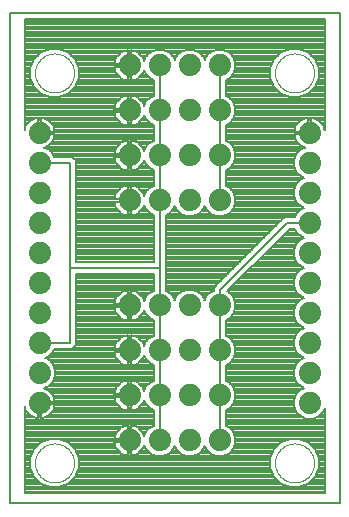
<source format=gbl>
G75*
%MOIN*%
%OFA0B0*%
%FSLAX25Y25*%
%IPPOS*%
%LPD*%
%AMOC8*
5,1,8,0,0,1.08239X$1,22.5*
%
%ADD10C,0.00800*%
%ADD11C,0.00000*%
%ADD12C,0.07400*%
D10*
X0001400Y0032750D02*
X0001400Y0196250D01*
X0111400Y0196250D01*
X0111400Y0032750D01*
X0001400Y0032750D01*
X0006400Y0036250D02*
X0006400Y0065217D01*
X0006426Y0065056D01*
X0006674Y0064292D01*
X0007038Y0063577D01*
X0007510Y0062928D01*
X0008078Y0062360D01*
X0008727Y0061888D01*
X0009442Y0061524D01*
X0010206Y0061276D01*
X0010999Y0061150D01*
X0011000Y0061150D01*
X0011000Y0065850D01*
X0011800Y0065850D01*
X0011800Y0066650D01*
X0016500Y0066650D01*
X0016500Y0066651D01*
X0016374Y0067444D01*
X0016126Y0068208D01*
X0015762Y0068923D01*
X0015290Y0069572D01*
X0014722Y0070140D01*
X0014073Y0070612D01*
X0013358Y0070976D01*
X0012887Y0071129D01*
X0014402Y0071757D01*
X0015893Y0073248D01*
X0016700Y0075196D01*
X0016700Y0077304D01*
X0015893Y0079252D01*
X0014402Y0080743D01*
X0013178Y0081250D01*
X0014402Y0081757D01*
X0015893Y0083248D01*
X0016308Y0084250D01*
X0022228Y0084250D01*
X0023400Y0085422D01*
X0023400Y0109250D01*
X0049400Y0109250D01*
X0049400Y0103658D01*
X0048398Y0103243D01*
X0046907Y0101752D01*
X0046279Y0100237D01*
X0046126Y0100708D01*
X0045762Y0101423D01*
X0045290Y0102072D01*
X0044722Y0102640D01*
X0044073Y0103112D01*
X0043358Y0103476D01*
X0042594Y0103724D01*
X0041801Y0103850D01*
X0041800Y0103850D01*
X0041800Y0099150D01*
X0041000Y0099150D01*
X0041000Y0103850D01*
X0040999Y0103850D01*
X0040206Y0103724D01*
X0039442Y0103476D01*
X0038727Y0103112D01*
X0038078Y0102640D01*
X0037510Y0102072D01*
X0037038Y0101423D01*
X0036674Y0100708D01*
X0036426Y0099944D01*
X0036300Y0099151D01*
X0036300Y0099150D01*
X0041000Y0099150D01*
X0041000Y0098350D01*
X0041800Y0098350D01*
X0041800Y0093650D01*
X0041801Y0093650D01*
X0042594Y0093776D01*
X0043358Y0094024D01*
X0044073Y0094388D01*
X0044722Y0094860D01*
X0045290Y0095428D01*
X0045762Y0096077D01*
X0046126Y0096792D01*
X0046279Y0097263D01*
X0046907Y0095748D01*
X0048398Y0094257D01*
X0049400Y0093842D01*
X0049400Y0088658D01*
X0048398Y0088243D01*
X0046907Y0086752D01*
X0046279Y0085237D01*
X0046126Y0085708D01*
X0045762Y0086423D01*
X0045290Y0087072D01*
X0044722Y0087640D01*
X0044073Y0088112D01*
X0043358Y0088476D01*
X0042594Y0088724D01*
X0041801Y0088850D01*
X0041800Y0088850D01*
X0041800Y0084150D01*
X0041000Y0084150D01*
X0041000Y0088850D01*
X0040999Y0088850D01*
X0040206Y0088724D01*
X0039442Y0088476D01*
X0038727Y0088112D01*
X0038078Y0087640D01*
X0037510Y0087072D01*
X0037038Y0086423D01*
X0036674Y0085708D01*
X0036426Y0084944D01*
X0036300Y0084151D01*
X0036300Y0084150D01*
X0041000Y0084150D01*
X0041000Y0083350D01*
X0041800Y0083350D01*
X0041800Y0078650D01*
X0041801Y0078650D01*
X0042594Y0078776D01*
X0043358Y0079024D01*
X0044073Y0079388D01*
X0044722Y0079860D01*
X0045290Y0080428D01*
X0045762Y0081077D01*
X0046126Y0081792D01*
X0046279Y0082263D01*
X0046907Y0080748D01*
X0048398Y0079257D01*
X0049400Y0078842D01*
X0049400Y0073658D01*
X0048398Y0073243D01*
X0046907Y0071752D01*
X0046279Y0070237D01*
X0046126Y0070708D01*
X0045762Y0071423D01*
X0045290Y0072072D01*
X0044722Y0072640D01*
X0044073Y0073112D01*
X0043358Y0073476D01*
X0042594Y0073724D01*
X0041801Y0073850D01*
X0041800Y0073850D01*
X0041800Y0069150D01*
X0041000Y0069150D01*
X0041000Y0073850D01*
X0040999Y0073850D01*
X0040206Y0073724D01*
X0039442Y0073476D01*
X0038727Y0073112D01*
X0038078Y0072640D01*
X0037510Y0072072D01*
X0037038Y0071423D01*
X0036674Y0070708D01*
X0036426Y0069944D01*
X0036300Y0069151D01*
X0036300Y0069150D01*
X0041000Y0069150D01*
X0041000Y0068350D01*
X0041800Y0068350D01*
X0041800Y0063650D01*
X0041801Y0063650D01*
X0042594Y0063776D01*
X0043358Y0064024D01*
X0044073Y0064388D01*
X0044722Y0064860D01*
X0045290Y0065428D01*
X0045762Y0066077D01*
X0046126Y0066792D01*
X0046279Y0067263D01*
X0046907Y0065748D01*
X0048398Y0064257D01*
X0049400Y0063842D01*
X0049400Y0058658D01*
X0048398Y0058243D01*
X0046907Y0056752D01*
X0046279Y0055237D01*
X0046126Y0055708D01*
X0045762Y0056423D01*
X0045290Y0057072D01*
X0044722Y0057640D01*
X0044073Y0058112D01*
X0043358Y0058476D01*
X0042594Y0058724D01*
X0041801Y0058850D01*
X0041800Y0058850D01*
X0041800Y0054150D01*
X0041000Y0054150D01*
X0041000Y0058850D01*
X0040999Y0058850D01*
X0040206Y0058724D01*
X0039442Y0058476D01*
X0038727Y0058112D01*
X0038078Y0057640D01*
X0037510Y0057072D01*
X0037038Y0056423D01*
X0036674Y0055708D01*
X0036426Y0054944D01*
X0036300Y0054151D01*
X0036300Y0054150D01*
X0041000Y0054150D01*
X0041000Y0053350D01*
X0036300Y0053350D01*
X0036300Y0053349D01*
X0036426Y0052556D01*
X0036674Y0051792D01*
X0037038Y0051077D01*
X0037510Y0050428D01*
X0038078Y0049860D01*
X0038727Y0049388D01*
X0039442Y0049024D01*
X0040206Y0048776D01*
X0040999Y0048650D01*
X0041000Y0048650D01*
X0041000Y0053350D01*
X0041800Y0053350D01*
X0041800Y0048650D01*
X0041801Y0048650D01*
X0042594Y0048776D01*
X0043358Y0049024D01*
X0044073Y0049388D01*
X0044722Y0049860D01*
X0045290Y0050428D01*
X0045762Y0051077D01*
X0046126Y0051792D01*
X0046279Y0052263D01*
X0046907Y0050748D01*
X0048398Y0049257D01*
X0050346Y0048450D01*
X0052454Y0048450D01*
X0054402Y0049257D01*
X0055893Y0050748D01*
X0056400Y0051972D01*
X0056907Y0050748D01*
X0058398Y0049257D01*
X0060346Y0048450D01*
X0062454Y0048450D01*
X0064402Y0049257D01*
X0065893Y0050748D01*
X0066400Y0051972D01*
X0066907Y0050748D01*
X0068398Y0049257D01*
X0070346Y0048450D01*
X0072454Y0048450D01*
X0074402Y0049257D01*
X0075893Y0050748D01*
X0076700Y0052696D01*
X0076700Y0054804D01*
X0075893Y0056752D01*
X0074402Y0058243D01*
X0073400Y0058658D01*
X0073400Y0063842D01*
X0074402Y0064257D01*
X0075893Y0065748D01*
X0076700Y0067696D01*
X0076700Y0069804D01*
X0075893Y0071752D01*
X0074402Y0073243D01*
X0073400Y0073658D01*
X0073400Y0078842D01*
X0074402Y0079257D01*
X0075893Y0080748D01*
X0076700Y0082696D01*
X0076700Y0084804D01*
X0075893Y0086752D01*
X0074402Y0088243D01*
X0073400Y0088658D01*
X0073400Y0093842D01*
X0074402Y0094257D01*
X0075893Y0095748D01*
X0076700Y0097696D01*
X0076700Y0099804D01*
X0075893Y0101752D01*
X0074402Y0103243D01*
X0073921Y0103442D01*
X0094728Y0124250D01*
X0096492Y0124250D01*
X0096907Y0123248D01*
X0098398Y0121757D01*
X0099622Y0121250D01*
X0098398Y0120743D01*
X0096907Y0119252D01*
X0096100Y0117304D01*
X0096100Y0115196D01*
X0096907Y0113248D01*
X0098398Y0111757D01*
X0099622Y0111250D01*
X0098398Y0110743D01*
X0096907Y0109252D01*
X0096100Y0107304D01*
X0096100Y0105196D01*
X0096907Y0103248D01*
X0098398Y0101757D01*
X0099622Y0101250D01*
X0098398Y0100743D01*
X0096907Y0099252D01*
X0096100Y0097304D01*
X0096100Y0095196D01*
X0096907Y0093248D01*
X0098398Y0091757D01*
X0099622Y0091250D01*
X0098398Y0090743D01*
X0096907Y0089252D01*
X0096100Y0087304D01*
X0096100Y0085196D01*
X0096907Y0083248D01*
X0098398Y0081757D01*
X0099622Y0081250D01*
X0098398Y0080743D01*
X0096907Y0079252D01*
X0096100Y0077304D01*
X0096100Y0075196D01*
X0096907Y0073248D01*
X0098398Y0071757D01*
X0099622Y0071250D01*
X0098398Y0070743D01*
X0096907Y0069252D01*
X0096100Y0067304D01*
X0096100Y0065196D01*
X0096907Y0063248D01*
X0098398Y0061757D01*
X0100346Y0060950D01*
X0102454Y0060950D01*
X0104402Y0061757D01*
X0105893Y0063248D01*
X0106400Y0064472D01*
X0106400Y0036250D01*
X0006400Y0036250D01*
X0006400Y0036728D02*
X0106400Y0036728D01*
X0106400Y0037526D02*
X0006400Y0037526D01*
X0006400Y0038325D02*
X0014366Y0038325D01*
X0014789Y0038150D02*
X0018011Y0038150D01*
X0020988Y0039383D01*
X0023267Y0041662D01*
X0024500Y0044639D01*
X0024500Y0047861D01*
X0023267Y0050838D01*
X0020988Y0053117D01*
X0018011Y0054350D01*
X0014789Y0054350D01*
X0011812Y0053117D01*
X0009533Y0050838D01*
X0008300Y0047861D01*
X0008300Y0044639D01*
X0009533Y0041662D01*
X0011812Y0039383D01*
X0014789Y0038150D01*
X0012439Y0039123D02*
X0006400Y0039123D01*
X0006400Y0039922D02*
X0011273Y0039922D01*
X0010474Y0040720D02*
X0006400Y0040720D01*
X0006400Y0041519D02*
X0009676Y0041519D01*
X0009262Y0042318D02*
X0006400Y0042318D01*
X0006400Y0043116D02*
X0008931Y0043116D01*
X0008600Y0043915D02*
X0006400Y0043915D01*
X0006400Y0044713D02*
X0008300Y0044713D01*
X0008300Y0045512D02*
X0006400Y0045512D01*
X0006400Y0046310D02*
X0008300Y0046310D01*
X0008300Y0047109D02*
X0006400Y0047109D01*
X0006400Y0047907D02*
X0008319Y0047907D01*
X0008650Y0048706D02*
X0006400Y0048706D01*
X0006400Y0049504D02*
X0008981Y0049504D01*
X0009311Y0050303D02*
X0006400Y0050303D01*
X0006400Y0051101D02*
X0009796Y0051101D01*
X0010595Y0051900D02*
X0006400Y0051900D01*
X0006400Y0052698D02*
X0011393Y0052698D01*
X0012729Y0053497D02*
X0006400Y0053497D01*
X0006400Y0054295D02*
X0014656Y0054295D01*
X0012594Y0061276D02*
X0011801Y0061150D01*
X0011800Y0061150D01*
X0011800Y0065850D01*
X0016500Y0065850D01*
X0016500Y0065849D01*
X0016374Y0065056D01*
X0016126Y0064292D01*
X0015762Y0063577D01*
X0015290Y0062928D01*
X0014722Y0062360D01*
X0014073Y0061888D01*
X0013358Y0061524D01*
X0012594Y0061276D01*
X0013229Y0061482D02*
X0049400Y0061482D01*
X0049400Y0062280D02*
X0014613Y0062280D01*
X0015400Y0063079D02*
X0049400Y0063079D01*
X0049314Y0063877D02*
X0042907Y0063877D01*
X0041800Y0063877D02*
X0041000Y0063877D01*
X0041000Y0063650D02*
X0041000Y0068350D01*
X0036300Y0068350D01*
X0036300Y0068349D01*
X0036426Y0067556D01*
X0036674Y0066792D01*
X0037038Y0066077D01*
X0037510Y0065428D01*
X0038078Y0064860D01*
X0038727Y0064388D01*
X0039442Y0064024D01*
X0040206Y0063776D01*
X0040999Y0063650D01*
X0041000Y0063650D01*
X0041000Y0064676D02*
X0041800Y0064676D01*
X0041800Y0065474D02*
X0041000Y0065474D01*
X0041000Y0066273D02*
X0041800Y0066273D01*
X0041800Y0067071D02*
X0041000Y0067071D01*
X0041000Y0067870D02*
X0041800Y0067870D01*
X0041000Y0068668D02*
X0015892Y0068668D01*
X0016236Y0067870D02*
X0036376Y0067870D01*
X0036583Y0067071D02*
X0016433Y0067071D01*
X0016441Y0065474D02*
X0037476Y0065474D01*
X0036938Y0066273D02*
X0011800Y0066273D01*
X0011800Y0065474D02*
X0011000Y0065474D01*
X0011000Y0064676D02*
X0011800Y0064676D01*
X0011800Y0063877D02*
X0011000Y0063877D01*
X0011000Y0063079D02*
X0011800Y0063079D01*
X0011800Y0062280D02*
X0011000Y0062280D01*
X0011000Y0061482D02*
X0011800Y0061482D01*
X0009571Y0061482D02*
X0006400Y0061482D01*
X0006400Y0062280D02*
X0008187Y0062280D01*
X0007400Y0063079D02*
X0006400Y0063079D01*
X0006400Y0063877D02*
X0006885Y0063877D01*
X0006549Y0064676D02*
X0006400Y0064676D01*
X0006400Y0060683D02*
X0049400Y0060683D01*
X0049400Y0059885D02*
X0006400Y0059885D01*
X0006400Y0059086D02*
X0049400Y0059086D01*
X0048506Y0058288D02*
X0043728Y0058288D01*
X0044873Y0057489D02*
X0047644Y0057489D01*
X0046881Y0056691D02*
X0045567Y0056691D01*
X0046032Y0055892D02*
X0046551Y0055892D01*
X0046430Y0051900D02*
X0046161Y0051900D01*
X0045774Y0051101D02*
X0046761Y0051101D01*
X0047352Y0050303D02*
X0045165Y0050303D01*
X0044233Y0049504D02*
X0048151Y0049504D01*
X0049729Y0048706D02*
X0042152Y0048706D01*
X0041800Y0048706D02*
X0041000Y0048706D01*
X0040648Y0048706D02*
X0024150Y0048706D01*
X0023819Y0049504D02*
X0038567Y0049504D01*
X0037635Y0050303D02*
X0023489Y0050303D01*
X0023004Y0051101D02*
X0037026Y0051101D01*
X0036639Y0051900D02*
X0022205Y0051900D01*
X0021407Y0052698D02*
X0036403Y0052698D01*
X0036323Y0054295D02*
X0018144Y0054295D01*
X0020071Y0053497D02*
X0041000Y0053497D01*
X0041000Y0054295D02*
X0041800Y0054295D01*
X0041800Y0055094D02*
X0041000Y0055094D01*
X0041000Y0055892D02*
X0041800Y0055892D01*
X0041800Y0056691D02*
X0041000Y0056691D01*
X0041000Y0057489D02*
X0041800Y0057489D01*
X0041800Y0058288D02*
X0041000Y0058288D01*
X0039072Y0058288D02*
X0006400Y0058288D01*
X0006400Y0057489D02*
X0037927Y0057489D01*
X0037233Y0056691D02*
X0006400Y0056691D01*
X0006400Y0055892D02*
X0036768Y0055892D01*
X0036474Y0055094D02*
X0006400Y0055094D01*
X0014550Y0070265D02*
X0036530Y0070265D01*
X0036350Y0069467D02*
X0015367Y0069467D01*
X0014508Y0071862D02*
X0037357Y0071862D01*
X0036855Y0071064D02*
X0013088Y0071064D01*
X0015306Y0072661D02*
X0038106Y0072661D01*
X0039409Y0073459D02*
X0015981Y0073459D01*
X0016312Y0074258D02*
X0049400Y0074258D01*
X0049400Y0075056D02*
X0016642Y0075056D01*
X0016700Y0075855D02*
X0049400Y0075855D01*
X0049400Y0076653D02*
X0016700Y0076653D01*
X0016639Y0077452D02*
X0049400Y0077452D01*
X0049400Y0078251D02*
X0016308Y0078251D01*
X0015977Y0079049D02*
X0039392Y0079049D01*
X0039442Y0079024D02*
X0040206Y0078776D01*
X0040999Y0078650D01*
X0041000Y0078650D01*
X0041000Y0083350D01*
X0036300Y0083350D01*
X0036300Y0083349D01*
X0036426Y0082556D01*
X0036674Y0081792D01*
X0037038Y0081077D01*
X0037510Y0080428D01*
X0038078Y0079860D01*
X0038727Y0079388D01*
X0039442Y0079024D01*
X0038095Y0079848D02*
X0015298Y0079848D01*
X0014499Y0080646D02*
X0037351Y0080646D01*
X0036851Y0081445D02*
X0013648Y0081445D01*
X0014888Y0082243D02*
X0036527Y0082243D01*
X0036349Y0083042D02*
X0015687Y0083042D01*
X0016138Y0083840D02*
X0041000Y0083840D01*
X0041000Y0083042D02*
X0041800Y0083042D01*
X0041800Y0082243D02*
X0041000Y0082243D01*
X0041000Y0081445D02*
X0041800Y0081445D01*
X0041800Y0080646D02*
X0041000Y0080646D01*
X0041000Y0079848D02*
X0041800Y0079848D01*
X0041800Y0079049D02*
X0041000Y0079049D01*
X0043408Y0079049D02*
X0048900Y0079049D01*
X0047807Y0079848D02*
X0044705Y0079848D01*
X0045449Y0080646D02*
X0047009Y0080646D01*
X0046618Y0081445D02*
X0045949Y0081445D01*
X0046273Y0082243D02*
X0046287Y0082243D01*
X0046214Y0085437D02*
X0046362Y0085437D01*
X0046693Y0086236D02*
X0045857Y0086236D01*
X0045318Y0087034D02*
X0047189Y0087034D01*
X0047987Y0087833D02*
X0044457Y0087833D01*
X0042881Y0088631D02*
X0049335Y0088631D01*
X0049400Y0089430D02*
X0023400Y0089430D01*
X0023400Y0090228D02*
X0049400Y0090228D01*
X0049400Y0091027D02*
X0023400Y0091027D01*
X0023400Y0091825D02*
X0049400Y0091825D01*
X0049400Y0092624D02*
X0023400Y0092624D01*
X0023400Y0093422D02*
X0049400Y0093422D01*
X0048485Y0094221D02*
X0043745Y0094221D01*
X0044882Y0095019D02*
X0047635Y0095019D01*
X0046878Y0095818D02*
X0045574Y0095818D01*
X0046037Y0096616D02*
X0046547Y0096616D01*
X0046433Y0100609D02*
X0046158Y0100609D01*
X0045770Y0101407D02*
X0046764Y0101407D01*
X0047361Y0102206D02*
X0045157Y0102206D01*
X0044221Y0103004D02*
X0048159Y0103004D01*
X0049400Y0103803D02*
X0042099Y0103803D01*
X0041800Y0103803D02*
X0041000Y0103803D01*
X0040701Y0103803D02*
X0023400Y0103803D01*
X0023400Y0104601D02*
X0049400Y0104601D01*
X0049400Y0105400D02*
X0023400Y0105400D01*
X0023400Y0106198D02*
X0049400Y0106198D01*
X0049400Y0106997D02*
X0023400Y0106997D01*
X0023400Y0107795D02*
X0049400Y0107795D01*
X0049400Y0108594D02*
X0023400Y0108594D01*
X0021400Y0111250D02*
X0051400Y0111250D01*
X0051400Y0098750D01*
X0051400Y0083750D01*
X0051400Y0068750D01*
X0051400Y0053750D01*
X0053071Y0048706D02*
X0059729Y0048706D01*
X0058151Y0049504D02*
X0054649Y0049504D01*
X0055448Y0050303D02*
X0057352Y0050303D01*
X0056761Y0051101D02*
X0056039Y0051101D01*
X0056370Y0051900D02*
X0056430Y0051900D01*
X0063071Y0048706D02*
X0069729Y0048706D01*
X0068151Y0049504D02*
X0064649Y0049504D01*
X0065448Y0050303D02*
X0067352Y0050303D01*
X0066761Y0051101D02*
X0066039Y0051101D01*
X0066370Y0051900D02*
X0066430Y0051900D01*
X0071400Y0053750D02*
X0071400Y0068750D01*
X0071400Y0083750D01*
X0071400Y0098750D01*
X0071400Y0103750D01*
X0093900Y0126250D01*
X0101400Y0126250D01*
X0099331Y0121370D02*
X0091849Y0121370D01*
X0092647Y0122169D02*
X0097986Y0122169D01*
X0097188Y0122967D02*
X0093446Y0122967D01*
X0094244Y0123766D02*
X0096692Y0123766D01*
X0098226Y0120572D02*
X0091050Y0120572D01*
X0090252Y0119773D02*
X0097428Y0119773D01*
X0096792Y0118975D02*
X0089453Y0118975D01*
X0088654Y0118176D02*
X0096461Y0118176D01*
X0096130Y0117378D02*
X0087856Y0117378D01*
X0087057Y0116579D02*
X0096100Y0116579D01*
X0096100Y0115781D02*
X0086259Y0115781D01*
X0085460Y0114982D02*
X0096189Y0114982D01*
X0096519Y0114184D02*
X0084662Y0114184D01*
X0083863Y0113385D02*
X0096850Y0113385D01*
X0097568Y0112587D02*
X0083065Y0112587D01*
X0082266Y0111788D02*
X0098367Y0111788D01*
X0098993Y0110989D02*
X0081468Y0110989D01*
X0080669Y0110191D02*
X0097846Y0110191D01*
X0097047Y0109392D02*
X0079871Y0109392D01*
X0079072Y0108594D02*
X0096634Y0108594D01*
X0096303Y0107795D02*
X0078274Y0107795D01*
X0077475Y0106997D02*
X0096100Y0106997D01*
X0096100Y0106198D02*
X0076677Y0106198D01*
X0075878Y0105400D02*
X0096100Y0105400D01*
X0096346Y0104601D02*
X0075080Y0104601D01*
X0074281Y0103803D02*
X0096677Y0103803D01*
X0097150Y0103004D02*
X0074641Y0103004D01*
X0075439Y0102206D02*
X0097949Y0102206D01*
X0099242Y0101407D02*
X0076036Y0101407D01*
X0076367Y0100609D02*
X0098264Y0100609D01*
X0097465Y0099810D02*
X0076697Y0099810D01*
X0076700Y0099012D02*
X0096807Y0099012D01*
X0096477Y0098213D02*
X0076700Y0098213D01*
X0076584Y0097415D02*
X0096146Y0097415D01*
X0096100Y0096616D02*
X0076253Y0096616D01*
X0075922Y0095818D02*
X0096100Y0095818D01*
X0096173Y0095019D02*
X0075165Y0095019D01*
X0074315Y0094221D02*
X0096504Y0094221D01*
X0096835Y0093422D02*
X0073400Y0093422D01*
X0073400Y0092624D02*
X0097531Y0092624D01*
X0098329Y0091825D02*
X0073400Y0091825D01*
X0073400Y0091027D02*
X0099082Y0091027D01*
X0097883Y0090228D02*
X0073400Y0090228D01*
X0073400Y0089430D02*
X0097084Y0089430D01*
X0096650Y0088631D02*
X0073465Y0088631D01*
X0074813Y0087833D02*
X0096319Y0087833D01*
X0096100Y0087034D02*
X0075611Y0087034D01*
X0076107Y0086236D02*
X0096100Y0086236D01*
X0096100Y0085437D02*
X0076438Y0085437D01*
X0076700Y0084639D02*
X0096331Y0084639D01*
X0096662Y0083840D02*
X0076700Y0083840D01*
X0076700Y0083042D02*
X0097113Y0083042D01*
X0097912Y0082243D02*
X0076512Y0082243D01*
X0076182Y0081445D02*
X0099152Y0081445D01*
X0098301Y0080646D02*
X0075791Y0080646D01*
X0074993Y0079848D02*
X0097502Y0079848D01*
X0096823Y0079049D02*
X0073900Y0079049D01*
X0073400Y0078251D02*
X0096492Y0078251D01*
X0096161Y0077452D02*
X0073400Y0077452D01*
X0073400Y0076653D02*
X0096100Y0076653D01*
X0096100Y0075855D02*
X0073400Y0075855D01*
X0073400Y0075056D02*
X0096158Y0075056D01*
X0096488Y0074258D02*
X0073400Y0074258D01*
X0073880Y0073459D02*
X0096819Y0073459D01*
X0097494Y0072661D02*
X0074984Y0072661D01*
X0075783Y0071862D02*
X0098292Y0071862D01*
X0099172Y0071064D02*
X0076178Y0071064D01*
X0076509Y0070265D02*
X0097920Y0070265D01*
X0097122Y0069467D02*
X0076700Y0069467D01*
X0076700Y0068668D02*
X0096665Y0068668D01*
X0096334Y0067870D02*
X0076700Y0067870D01*
X0076441Y0067071D02*
X0096100Y0067071D01*
X0096100Y0066273D02*
X0076111Y0066273D01*
X0075620Y0065474D02*
X0096100Y0065474D01*
X0096315Y0064676D02*
X0074821Y0064676D01*
X0073486Y0063877D02*
X0096646Y0063877D01*
X0097076Y0063079D02*
X0073400Y0063079D01*
X0073400Y0062280D02*
X0097874Y0062280D01*
X0099062Y0061482D02*
X0073400Y0061482D01*
X0073400Y0060683D02*
X0106400Y0060683D01*
X0106400Y0059885D02*
X0073400Y0059885D01*
X0073400Y0059086D02*
X0106400Y0059086D01*
X0106400Y0058288D02*
X0074294Y0058288D01*
X0075156Y0057489D02*
X0106400Y0057489D01*
X0106400Y0056691D02*
X0075919Y0056691D01*
X0076249Y0055892D02*
X0106400Y0055892D01*
X0106400Y0055094D02*
X0076580Y0055094D01*
X0076700Y0054295D02*
X0094656Y0054295D01*
X0094789Y0054350D02*
X0091812Y0053117D01*
X0089533Y0050838D01*
X0088300Y0047861D01*
X0088300Y0044639D01*
X0089533Y0041662D01*
X0091812Y0039383D01*
X0094789Y0038150D01*
X0098011Y0038150D01*
X0100988Y0039383D01*
X0103267Y0041662D01*
X0104500Y0044639D01*
X0104500Y0047861D01*
X0103267Y0050838D01*
X0100988Y0053117D01*
X0098011Y0054350D01*
X0094789Y0054350D01*
X0092729Y0053497D02*
X0076700Y0053497D01*
X0076700Y0052698D02*
X0091393Y0052698D01*
X0090595Y0051900D02*
X0076370Y0051900D01*
X0076039Y0051101D02*
X0089796Y0051101D01*
X0089311Y0050303D02*
X0075448Y0050303D01*
X0074649Y0049504D02*
X0088981Y0049504D01*
X0088650Y0048706D02*
X0073071Y0048706D01*
X0088319Y0047907D02*
X0024481Y0047907D01*
X0024500Y0047109D02*
X0088300Y0047109D01*
X0088300Y0046310D02*
X0024500Y0046310D01*
X0024500Y0045512D02*
X0088300Y0045512D01*
X0088300Y0044713D02*
X0024500Y0044713D01*
X0024200Y0043915D02*
X0088600Y0043915D01*
X0088931Y0043116D02*
X0023869Y0043116D01*
X0023538Y0042318D02*
X0089262Y0042318D01*
X0089676Y0041519D02*
X0023124Y0041519D01*
X0022326Y0040720D02*
X0090474Y0040720D01*
X0091273Y0039922D02*
X0021527Y0039922D01*
X0020361Y0039123D02*
X0092439Y0039123D01*
X0094366Y0038325D02*
X0018434Y0038325D01*
X0015915Y0063877D02*
X0039893Y0063877D01*
X0038331Y0064676D02*
X0016251Y0064676D01*
X0022617Y0084639D02*
X0036377Y0084639D01*
X0036586Y0085437D02*
X0023400Y0085437D01*
X0023400Y0086236D02*
X0036943Y0086236D01*
X0037482Y0087034D02*
X0023400Y0087034D01*
X0023400Y0087833D02*
X0038343Y0087833D01*
X0039919Y0088631D02*
X0023400Y0088631D01*
X0021400Y0086250D02*
X0021400Y0111250D01*
X0021400Y0146250D01*
X0011400Y0146250D01*
X0012887Y0151371D02*
X0013358Y0151524D01*
X0014073Y0151888D01*
X0014722Y0152360D01*
X0015290Y0152928D01*
X0015762Y0153577D01*
X0016126Y0154292D01*
X0016374Y0155056D01*
X0016500Y0155849D01*
X0016500Y0155850D01*
X0011800Y0155850D01*
X0011800Y0156650D01*
X0011000Y0156650D01*
X0011000Y0161350D01*
X0010999Y0161350D01*
X0010206Y0161224D01*
X0009442Y0160976D01*
X0008727Y0160612D01*
X0008078Y0160140D01*
X0007510Y0159572D01*
X0007038Y0158923D01*
X0006674Y0158208D01*
X0006426Y0157444D01*
X0006400Y0157283D01*
X0006400Y0194250D01*
X0106400Y0194250D01*
X0106400Y0157283D01*
X0106374Y0157444D01*
X0106126Y0158208D01*
X0105762Y0158923D01*
X0105290Y0159572D01*
X0104722Y0160140D01*
X0104073Y0160612D01*
X0103358Y0160976D01*
X0102594Y0161224D01*
X0101801Y0161350D01*
X0101800Y0161350D01*
X0101800Y0156650D01*
X0101000Y0156650D01*
X0101000Y0161350D01*
X0100999Y0161350D01*
X0100206Y0161224D01*
X0099442Y0160976D01*
X0098727Y0160612D01*
X0098078Y0160140D01*
X0097510Y0159572D01*
X0097038Y0158923D01*
X0096674Y0158208D01*
X0096426Y0157444D01*
X0096300Y0156651D01*
X0096300Y0156650D01*
X0101000Y0156650D01*
X0101000Y0155850D01*
X0096300Y0155850D01*
X0096300Y0155849D01*
X0096426Y0155056D01*
X0096674Y0154292D01*
X0097038Y0153577D01*
X0097510Y0152928D01*
X0098078Y0152360D01*
X0098727Y0151888D01*
X0099442Y0151524D01*
X0099913Y0151371D01*
X0098398Y0150743D01*
X0096907Y0149252D01*
X0096100Y0147304D01*
X0096100Y0145196D01*
X0096907Y0143248D01*
X0098398Y0141757D01*
X0099622Y0141250D01*
X0098398Y0140743D01*
X0096907Y0139252D01*
X0096100Y0137304D01*
X0096100Y0135196D01*
X0096907Y0133248D01*
X0098398Y0131757D01*
X0099622Y0131250D01*
X0098398Y0130743D01*
X0096907Y0129252D01*
X0096492Y0128250D01*
X0093072Y0128250D01*
X0091900Y0127078D01*
X0070572Y0105750D01*
X0069400Y0104578D01*
X0069400Y0103658D01*
X0068398Y0103243D01*
X0066907Y0101752D01*
X0066400Y0100528D01*
X0065893Y0101752D01*
X0064402Y0103243D01*
X0062454Y0104050D01*
X0060346Y0104050D01*
X0058398Y0103243D01*
X0056907Y0101752D01*
X0056400Y0100528D01*
X0055893Y0101752D01*
X0054402Y0103243D01*
X0053400Y0103658D01*
X0053400Y0128842D01*
X0054402Y0129257D01*
X0055893Y0130748D01*
X0056400Y0131972D01*
X0056907Y0130748D01*
X0058398Y0129257D01*
X0060346Y0128450D01*
X0062454Y0128450D01*
X0064402Y0129257D01*
X0065893Y0130748D01*
X0066400Y0131972D01*
X0066907Y0130748D01*
X0068398Y0129257D01*
X0070346Y0128450D01*
X0072454Y0128450D01*
X0074402Y0129257D01*
X0075893Y0130748D01*
X0076700Y0132696D01*
X0076700Y0134804D01*
X0075893Y0136752D01*
X0074402Y0138243D01*
X0073400Y0138658D01*
X0073400Y0143842D01*
X0074402Y0144257D01*
X0075893Y0145748D01*
X0076700Y0147696D01*
X0076700Y0149804D01*
X0075893Y0151752D01*
X0074402Y0153243D01*
X0073400Y0153658D01*
X0073400Y0158842D01*
X0074402Y0159257D01*
X0075893Y0160748D01*
X0076700Y0162696D01*
X0076700Y0164804D01*
X0075893Y0166752D01*
X0074402Y0168243D01*
X0073400Y0168658D01*
X0073400Y0173842D01*
X0074402Y0174257D01*
X0075893Y0175748D01*
X0076700Y0177696D01*
X0076700Y0179804D01*
X0075893Y0181752D01*
X0074402Y0183243D01*
X0072454Y0184050D01*
X0070346Y0184050D01*
X0068398Y0183243D01*
X0066907Y0181752D01*
X0066400Y0180528D01*
X0065893Y0181752D01*
X0064402Y0183243D01*
X0062454Y0184050D01*
X0060346Y0184050D01*
X0058398Y0183243D01*
X0056907Y0181752D01*
X0056400Y0180528D01*
X0055893Y0181752D01*
X0054402Y0183243D01*
X0052454Y0184050D01*
X0050346Y0184050D01*
X0048398Y0183243D01*
X0046907Y0181752D01*
X0046279Y0180237D01*
X0046126Y0180708D01*
X0045762Y0181423D01*
X0045290Y0182072D01*
X0044722Y0182640D01*
X0044073Y0183112D01*
X0043358Y0183476D01*
X0042594Y0183724D01*
X0041801Y0183850D01*
X0041800Y0183850D01*
X0041800Y0179150D01*
X0041000Y0179150D01*
X0041000Y0183850D01*
X0040999Y0183850D01*
X0040206Y0183724D01*
X0039442Y0183476D01*
X0038727Y0183112D01*
X0038078Y0182640D01*
X0037510Y0182072D01*
X0037038Y0181423D01*
X0036674Y0180708D01*
X0036426Y0179944D01*
X0036300Y0179151D01*
X0036300Y0179150D01*
X0041000Y0179150D01*
X0041000Y0178350D01*
X0041800Y0178350D01*
X0041800Y0173650D01*
X0041801Y0173650D01*
X0042594Y0173776D01*
X0043358Y0174024D01*
X0044073Y0174388D01*
X0044722Y0174860D01*
X0045290Y0175428D01*
X0045762Y0176077D01*
X0046126Y0176792D01*
X0046279Y0177263D01*
X0046907Y0175748D01*
X0048398Y0174257D01*
X0049400Y0173842D01*
X0049400Y0168658D01*
X0048398Y0168243D01*
X0046907Y0166752D01*
X0046279Y0165237D01*
X0046126Y0165708D01*
X0045762Y0166423D01*
X0045290Y0167072D01*
X0044722Y0167640D01*
X0044073Y0168112D01*
X0043358Y0168476D01*
X0042594Y0168724D01*
X0041801Y0168850D01*
X0041800Y0168850D01*
X0041800Y0164150D01*
X0041000Y0164150D01*
X0041000Y0168850D01*
X0040999Y0168850D01*
X0040206Y0168724D01*
X0039442Y0168476D01*
X0038727Y0168112D01*
X0038078Y0167640D01*
X0037510Y0167072D01*
X0037038Y0166423D01*
X0036674Y0165708D01*
X0036426Y0164944D01*
X0036300Y0164151D01*
X0036300Y0164150D01*
X0041000Y0164150D01*
X0041000Y0163350D01*
X0041800Y0163350D01*
X0041800Y0158650D01*
X0041801Y0158650D01*
X0042594Y0158776D01*
X0043358Y0159024D01*
X0044073Y0159388D01*
X0044722Y0159860D01*
X0045290Y0160428D01*
X0045762Y0161077D01*
X0046126Y0161792D01*
X0046279Y0162263D01*
X0046907Y0160748D01*
X0048398Y0159257D01*
X0049400Y0158842D01*
X0049400Y0153658D01*
X0048398Y0153243D01*
X0046907Y0151752D01*
X0046279Y0150237D01*
X0046126Y0150708D01*
X0045762Y0151423D01*
X0045290Y0152072D01*
X0044722Y0152640D01*
X0044073Y0153112D01*
X0043358Y0153476D01*
X0042594Y0153724D01*
X0041801Y0153850D01*
X0041800Y0153850D01*
X0041800Y0149150D01*
X0041000Y0149150D01*
X0041000Y0153850D01*
X0040999Y0153850D01*
X0040206Y0153724D01*
X0039442Y0153476D01*
X0038727Y0153112D01*
X0038078Y0152640D01*
X0037510Y0152072D01*
X0037038Y0151423D01*
X0036674Y0150708D01*
X0036426Y0149944D01*
X0036300Y0149151D01*
X0036300Y0149150D01*
X0041000Y0149150D01*
X0041000Y0148350D01*
X0041800Y0148350D01*
X0041800Y0143650D01*
X0041801Y0143650D01*
X0042594Y0143776D01*
X0043358Y0144024D01*
X0044073Y0144388D01*
X0044722Y0144860D01*
X0045290Y0145428D01*
X0045762Y0146077D01*
X0046126Y0146792D01*
X0046279Y0147263D01*
X0046907Y0145748D01*
X0048398Y0144257D01*
X0049400Y0143842D01*
X0049400Y0138658D01*
X0048398Y0138243D01*
X0046907Y0136752D01*
X0046279Y0135237D01*
X0046126Y0135708D01*
X0045762Y0136423D01*
X0045290Y0137072D01*
X0044722Y0137640D01*
X0044073Y0138112D01*
X0043358Y0138476D01*
X0042594Y0138724D01*
X0041801Y0138850D01*
X0041800Y0138850D01*
X0041800Y0134150D01*
X0041000Y0134150D01*
X0041000Y0138850D01*
X0040999Y0138850D01*
X0040206Y0138724D01*
X0039442Y0138476D01*
X0038727Y0138112D01*
X0038078Y0137640D01*
X0037510Y0137072D01*
X0037038Y0136423D01*
X0036674Y0135708D01*
X0036426Y0134944D01*
X0036300Y0134151D01*
X0036300Y0134150D01*
X0041000Y0134150D01*
X0041000Y0133350D01*
X0041800Y0133350D01*
X0041800Y0128650D01*
X0041801Y0128650D01*
X0042594Y0128776D01*
X0043358Y0129024D01*
X0044073Y0129388D01*
X0044722Y0129860D01*
X0045290Y0130428D01*
X0045762Y0131077D01*
X0046126Y0131792D01*
X0046279Y0132263D01*
X0046907Y0130748D01*
X0048398Y0129257D01*
X0049400Y0128842D01*
X0049400Y0113250D01*
X0023400Y0113250D01*
X0023400Y0147078D01*
X0022228Y0148250D01*
X0016308Y0148250D01*
X0015893Y0149252D01*
X0014402Y0150743D01*
X0012887Y0151371D01*
X0013730Y0151714D02*
X0037249Y0151714D01*
X0036779Y0150915D02*
X0013987Y0150915D01*
X0015029Y0150117D02*
X0036482Y0150117D01*
X0036326Y0149318D02*
X0015827Y0149318D01*
X0016197Y0148520D02*
X0041000Y0148520D01*
X0041000Y0148350D02*
X0036300Y0148350D01*
X0036300Y0148349D01*
X0036426Y0147556D01*
X0036674Y0146792D01*
X0037038Y0146077D01*
X0037510Y0145428D01*
X0038078Y0144860D01*
X0038727Y0144388D01*
X0039442Y0144024D01*
X0040206Y0143776D01*
X0040999Y0143650D01*
X0041000Y0143650D01*
X0041000Y0148350D01*
X0041000Y0147721D02*
X0041800Y0147721D01*
X0041800Y0146922D02*
X0041000Y0146922D01*
X0041000Y0146124D02*
X0041800Y0146124D01*
X0041800Y0145325D02*
X0041000Y0145325D01*
X0041000Y0144527D02*
X0041800Y0144527D01*
X0041800Y0143728D02*
X0041000Y0143728D01*
X0040503Y0143728D02*
X0023400Y0143728D01*
X0023400Y0142930D02*
X0049400Y0142930D01*
X0049400Y0143728D02*
X0042297Y0143728D01*
X0044264Y0144527D02*
X0048128Y0144527D01*
X0047329Y0145325D02*
X0045188Y0145325D01*
X0045786Y0146124D02*
X0046751Y0146124D01*
X0046420Y0146922D02*
X0046169Y0146922D01*
X0046021Y0150915D02*
X0046560Y0150915D01*
X0046891Y0151714D02*
X0045551Y0151714D01*
X0044850Y0152512D02*
X0047667Y0152512D01*
X0048561Y0153311D02*
X0043683Y0153311D01*
X0041800Y0153311D02*
X0041000Y0153311D01*
X0041000Y0152512D02*
X0041800Y0152512D01*
X0041800Y0151714D02*
X0041000Y0151714D01*
X0041000Y0150915D02*
X0041800Y0150915D01*
X0041800Y0150117D02*
X0041000Y0150117D01*
X0041000Y0149318D02*
X0041800Y0149318D01*
X0039117Y0153311D02*
X0015568Y0153311D01*
X0016033Y0154109D02*
X0049400Y0154109D01*
X0049400Y0154908D02*
X0016326Y0154908D01*
X0016477Y0155706D02*
X0049400Y0155706D01*
X0049400Y0156505D02*
X0011800Y0156505D01*
X0011800Y0156650D02*
X0016500Y0156650D01*
X0016500Y0156651D01*
X0016374Y0157444D01*
X0016126Y0158208D01*
X0015762Y0158923D01*
X0015290Y0159572D01*
X0014722Y0160140D01*
X0014073Y0160612D01*
X0013358Y0160976D01*
X0012594Y0161224D01*
X0011801Y0161350D01*
X0011800Y0161350D01*
X0011800Y0156650D01*
X0011800Y0157303D02*
X0011000Y0157303D01*
X0011000Y0158102D02*
X0011800Y0158102D01*
X0011800Y0158900D02*
X0011000Y0158900D01*
X0011000Y0159699D02*
X0011800Y0159699D01*
X0011800Y0160497D02*
X0011000Y0160497D01*
X0011000Y0161296D02*
X0011800Y0161296D01*
X0012144Y0161296D02*
X0036927Y0161296D01*
X0037038Y0161077D02*
X0037510Y0160428D01*
X0038078Y0159860D01*
X0038727Y0159388D01*
X0039442Y0159024D01*
X0040206Y0158776D01*
X0040999Y0158650D01*
X0041000Y0158650D01*
X0041000Y0163350D01*
X0036300Y0163350D01*
X0036300Y0163349D01*
X0036426Y0162556D01*
X0036674Y0161792D01*
X0037038Y0161077D01*
X0037459Y0160497D02*
X0014231Y0160497D01*
X0015164Y0159699D02*
X0038300Y0159699D01*
X0036576Y0162094D02*
X0006400Y0162094D01*
X0006400Y0161296D02*
X0010656Y0161296D01*
X0008569Y0160497D02*
X0006400Y0160497D01*
X0006400Y0159699D02*
X0007636Y0159699D01*
X0007026Y0158900D02*
X0006400Y0158900D01*
X0006400Y0158102D02*
X0006639Y0158102D01*
X0006400Y0157303D02*
X0006403Y0157303D01*
X0006400Y0162893D02*
X0036372Y0162893D01*
X0036354Y0164490D02*
X0006400Y0164490D01*
X0006400Y0165288D02*
X0036537Y0165288D01*
X0036867Y0166087D02*
X0006400Y0166087D01*
X0006400Y0166885D02*
X0037374Y0166885D01*
X0038138Y0167684D02*
X0006400Y0167684D01*
X0006400Y0168482D02*
X0013987Y0168482D01*
X0014789Y0168150D02*
X0018011Y0168150D01*
X0020988Y0169383D01*
X0023267Y0171662D01*
X0024500Y0174639D01*
X0024500Y0177861D01*
X0023267Y0180838D01*
X0020988Y0183117D01*
X0018011Y0184350D01*
X0014789Y0184350D01*
X0011812Y0183117D01*
X0009533Y0180838D01*
X0008300Y0177861D01*
X0008300Y0174639D01*
X0009533Y0171662D01*
X0011812Y0169383D01*
X0014789Y0168150D01*
X0012059Y0169281D02*
X0006400Y0169281D01*
X0006400Y0170079D02*
X0011116Y0170079D01*
X0010317Y0170878D02*
X0006400Y0170878D01*
X0006400Y0171676D02*
X0009527Y0171676D01*
X0009196Y0172475D02*
X0006400Y0172475D01*
X0006400Y0173273D02*
X0008866Y0173273D01*
X0008535Y0174072D02*
X0006400Y0174072D01*
X0006400Y0174870D02*
X0008300Y0174870D01*
X0008300Y0175669D02*
X0006400Y0175669D01*
X0006400Y0176467D02*
X0008300Y0176467D01*
X0008300Y0177266D02*
X0006400Y0177266D01*
X0006400Y0178064D02*
X0008384Y0178064D01*
X0008715Y0178863D02*
X0006400Y0178863D01*
X0006400Y0179661D02*
X0009046Y0179661D01*
X0009376Y0180460D02*
X0006400Y0180460D01*
X0006400Y0181258D02*
X0009953Y0181258D01*
X0010752Y0182057D02*
X0006400Y0182057D01*
X0006400Y0182855D02*
X0011550Y0182855D01*
X0013109Y0183654D02*
X0006400Y0183654D01*
X0006400Y0184453D02*
X0106400Y0184453D01*
X0106400Y0185251D02*
X0006400Y0185251D01*
X0006400Y0186050D02*
X0106400Y0186050D01*
X0106400Y0186848D02*
X0006400Y0186848D01*
X0006400Y0187647D02*
X0106400Y0187647D01*
X0106400Y0188445D02*
X0006400Y0188445D01*
X0006400Y0189244D02*
X0106400Y0189244D01*
X0106400Y0190042D02*
X0006400Y0190042D01*
X0006400Y0190841D02*
X0106400Y0190841D01*
X0106400Y0191639D02*
X0006400Y0191639D01*
X0006400Y0192438D02*
X0106400Y0192438D01*
X0106400Y0193236D02*
X0006400Y0193236D01*
X0006400Y0194035D02*
X0106400Y0194035D01*
X0106400Y0183654D02*
X0099691Y0183654D01*
X0100988Y0183117D02*
X0098011Y0184350D01*
X0094789Y0184350D01*
X0091812Y0183117D01*
X0089533Y0180838D01*
X0088300Y0177861D01*
X0088300Y0174639D01*
X0089533Y0171662D01*
X0091812Y0169383D01*
X0094789Y0168150D01*
X0098011Y0168150D01*
X0100988Y0169383D01*
X0103267Y0171662D01*
X0104500Y0174639D01*
X0104500Y0177861D01*
X0103267Y0180838D01*
X0100988Y0183117D01*
X0101250Y0182855D02*
X0106400Y0182855D01*
X0106400Y0182057D02*
X0102048Y0182057D01*
X0102847Y0181258D02*
X0106400Y0181258D01*
X0106400Y0180460D02*
X0103424Y0180460D01*
X0103754Y0179661D02*
X0106400Y0179661D01*
X0106400Y0178863D02*
X0104085Y0178863D01*
X0104416Y0178064D02*
X0106400Y0178064D01*
X0106400Y0177266D02*
X0104500Y0177266D01*
X0104500Y0176467D02*
X0106400Y0176467D01*
X0106400Y0175669D02*
X0104500Y0175669D01*
X0104500Y0174870D02*
X0106400Y0174870D01*
X0106400Y0174072D02*
X0104265Y0174072D01*
X0103934Y0173273D02*
X0106400Y0173273D01*
X0106400Y0172475D02*
X0103604Y0172475D01*
X0103273Y0171676D02*
X0106400Y0171676D01*
X0106400Y0170878D02*
X0102483Y0170878D01*
X0101684Y0170079D02*
X0106400Y0170079D01*
X0106400Y0169281D02*
X0100741Y0169281D01*
X0098813Y0168482D02*
X0106400Y0168482D01*
X0106400Y0167684D02*
X0074962Y0167684D01*
X0075760Y0166885D02*
X0106400Y0166885D01*
X0106400Y0166087D02*
X0076169Y0166087D01*
X0076500Y0165288D02*
X0106400Y0165288D01*
X0106400Y0164490D02*
X0076700Y0164490D01*
X0076700Y0163691D02*
X0106400Y0163691D01*
X0106400Y0162893D02*
X0076700Y0162893D01*
X0076451Y0162094D02*
X0106400Y0162094D01*
X0106400Y0161296D02*
X0102144Y0161296D01*
X0101800Y0161296D02*
X0101000Y0161296D01*
X0100656Y0161296D02*
X0076120Y0161296D01*
X0075643Y0160497D02*
X0098569Y0160497D01*
X0097636Y0159699D02*
X0074844Y0159699D01*
X0073541Y0158900D02*
X0097026Y0158900D01*
X0096639Y0158102D02*
X0073400Y0158102D01*
X0073400Y0157303D02*
X0096403Y0157303D01*
X0096323Y0155706D02*
X0073400Y0155706D01*
X0073400Y0154908D02*
X0096474Y0154908D01*
X0096767Y0154109D02*
X0073400Y0154109D01*
X0074239Y0153311D02*
X0097232Y0153311D01*
X0097925Y0152512D02*
X0075133Y0152512D01*
X0075909Y0151714D02*
X0099070Y0151714D01*
X0098813Y0150915D02*
X0076240Y0150915D01*
X0076571Y0150117D02*
X0097771Y0150117D01*
X0096973Y0149318D02*
X0076700Y0149318D01*
X0076700Y0148520D02*
X0096603Y0148520D01*
X0096273Y0147721D02*
X0076700Y0147721D01*
X0076380Y0146922D02*
X0096100Y0146922D01*
X0096100Y0146124D02*
X0076049Y0146124D01*
X0075471Y0145325D02*
X0096100Y0145325D01*
X0096377Y0144527D02*
X0074672Y0144527D01*
X0073400Y0143728D02*
X0096708Y0143728D01*
X0097225Y0142930D02*
X0073400Y0142930D01*
X0073400Y0142131D02*
X0098023Y0142131D01*
X0098189Y0140534D02*
X0073400Y0140534D01*
X0073400Y0139736D02*
X0097391Y0139736D01*
X0096776Y0138937D02*
X0073400Y0138937D01*
X0074506Y0138139D02*
X0096446Y0138139D01*
X0096115Y0137340D02*
X0075305Y0137340D01*
X0075980Y0136542D02*
X0096100Y0136542D01*
X0096100Y0135743D02*
X0076311Y0135743D01*
X0076642Y0134945D02*
X0096204Y0134945D01*
X0096535Y0134146D02*
X0076700Y0134146D01*
X0076700Y0133348D02*
X0096865Y0133348D01*
X0097605Y0132549D02*
X0076639Y0132549D01*
X0076309Y0131751D02*
X0098413Y0131751D01*
X0098903Y0130952D02*
X0075978Y0130952D01*
X0075299Y0130154D02*
X0097808Y0130154D01*
X0097010Y0129355D02*
X0074501Y0129355D01*
X0072712Y0128557D02*
X0096619Y0128557D01*
X0092580Y0127758D02*
X0053400Y0127758D01*
X0053400Y0126960D02*
X0091781Y0126960D01*
X0090983Y0126161D02*
X0053400Y0126161D01*
X0053400Y0125363D02*
X0090184Y0125363D01*
X0089386Y0124564D02*
X0053400Y0124564D01*
X0053400Y0123766D02*
X0088587Y0123766D01*
X0087789Y0122967D02*
X0053400Y0122967D01*
X0053400Y0122169D02*
X0086990Y0122169D01*
X0086192Y0121370D02*
X0053400Y0121370D01*
X0053400Y0120572D02*
X0085393Y0120572D01*
X0084595Y0119773D02*
X0053400Y0119773D01*
X0053400Y0118975D02*
X0083796Y0118975D01*
X0082998Y0118176D02*
X0053400Y0118176D01*
X0053400Y0117378D02*
X0082199Y0117378D01*
X0081401Y0116579D02*
X0053400Y0116579D01*
X0053400Y0115781D02*
X0080602Y0115781D01*
X0079804Y0114982D02*
X0053400Y0114982D01*
X0053400Y0114184D02*
X0079005Y0114184D01*
X0078207Y0113385D02*
X0053400Y0113385D01*
X0053400Y0112587D02*
X0077408Y0112587D01*
X0076610Y0111788D02*
X0053400Y0111788D01*
X0053400Y0110989D02*
X0075811Y0110989D01*
X0075013Y0110191D02*
X0053400Y0110191D01*
X0053400Y0109392D02*
X0074214Y0109392D01*
X0073416Y0108594D02*
X0053400Y0108594D01*
X0053400Y0107795D02*
X0072617Y0107795D01*
X0071819Y0106997D02*
X0053400Y0106997D01*
X0053400Y0106198D02*
X0071020Y0106198D01*
X0070221Y0105400D02*
X0053400Y0105400D01*
X0053400Y0104601D02*
X0069423Y0104601D01*
X0069400Y0103803D02*
X0063051Y0103803D01*
X0064641Y0103004D02*
X0068159Y0103004D01*
X0067361Y0102206D02*
X0065439Y0102206D01*
X0066036Y0101407D02*
X0066764Y0101407D01*
X0066433Y0100609D02*
X0066367Y0100609D01*
X0059749Y0103803D02*
X0053400Y0103803D01*
X0054641Y0103004D02*
X0058159Y0103004D01*
X0057361Y0102206D02*
X0055439Y0102206D01*
X0056036Y0101407D02*
X0056764Y0101407D01*
X0056433Y0100609D02*
X0056367Y0100609D01*
X0051400Y0111250D02*
X0051400Y0133750D01*
X0051400Y0148750D01*
X0051400Y0163750D01*
X0051400Y0178750D01*
X0049390Y0183654D02*
X0042811Y0183654D01*
X0041800Y0183654D02*
X0041000Y0183654D01*
X0041000Y0182855D02*
X0041800Y0182855D01*
X0041800Y0182057D02*
X0041000Y0182057D01*
X0041000Y0181258D02*
X0041800Y0181258D01*
X0041800Y0180460D02*
X0041000Y0180460D01*
X0041000Y0179661D02*
X0041800Y0179661D01*
X0041000Y0178863D02*
X0024085Y0178863D01*
X0023754Y0179661D02*
X0036381Y0179661D01*
X0036593Y0180460D02*
X0023424Y0180460D01*
X0022847Y0181258D02*
X0036954Y0181258D01*
X0037499Y0182057D02*
X0022048Y0182057D01*
X0021250Y0182855D02*
X0038374Y0182855D01*
X0039989Y0183654D02*
X0019691Y0183654D01*
X0024416Y0178064D02*
X0036345Y0178064D01*
X0036300Y0178349D02*
X0036426Y0177556D01*
X0036674Y0176792D01*
X0037038Y0176077D01*
X0037510Y0175428D01*
X0038078Y0174860D01*
X0038727Y0174388D01*
X0039442Y0174024D01*
X0040206Y0173776D01*
X0040999Y0173650D01*
X0041000Y0173650D01*
X0041000Y0178350D01*
X0036300Y0178350D01*
X0036300Y0178349D01*
X0036520Y0177266D02*
X0024500Y0177266D01*
X0024500Y0176467D02*
X0036839Y0176467D01*
X0037335Y0175669D02*
X0024500Y0175669D01*
X0024500Y0174870D02*
X0038067Y0174870D01*
X0039348Y0174072D02*
X0024265Y0174072D01*
X0023934Y0173273D02*
X0049400Y0173273D01*
X0049400Y0172475D02*
X0023604Y0172475D01*
X0023273Y0171676D02*
X0049400Y0171676D01*
X0049400Y0170878D02*
X0022483Y0170878D01*
X0021684Y0170079D02*
X0049400Y0170079D01*
X0049400Y0169281D02*
X0020741Y0169281D01*
X0018813Y0168482D02*
X0039461Y0168482D01*
X0041000Y0168482D02*
X0041800Y0168482D01*
X0041800Y0167684D02*
X0041000Y0167684D01*
X0041000Y0166885D02*
X0041800Y0166885D01*
X0041800Y0166087D02*
X0041000Y0166087D01*
X0041000Y0165288D02*
X0041800Y0165288D01*
X0041800Y0164490D02*
X0041000Y0164490D01*
X0041000Y0163691D02*
X0006400Y0163691D01*
X0015774Y0158900D02*
X0039822Y0158900D01*
X0041000Y0158900D02*
X0041800Y0158900D01*
X0041800Y0159699D02*
X0041000Y0159699D01*
X0041000Y0160497D02*
X0041800Y0160497D01*
X0041800Y0161296D02*
X0041000Y0161296D01*
X0041000Y0162094D02*
X0041800Y0162094D01*
X0041800Y0162893D02*
X0041000Y0162893D01*
X0042978Y0158900D02*
X0049259Y0158900D01*
X0049400Y0158102D02*
X0016161Y0158102D01*
X0016397Y0157303D02*
X0049400Y0157303D01*
X0047956Y0159699D02*
X0044500Y0159699D01*
X0045341Y0160497D02*
X0047157Y0160497D01*
X0046680Y0161296D02*
X0045873Y0161296D01*
X0046224Y0162094D02*
X0046349Y0162094D01*
X0046300Y0165288D02*
X0046263Y0165288D01*
X0045933Y0166087D02*
X0046631Y0166087D01*
X0047040Y0166885D02*
X0045426Y0166885D01*
X0044662Y0167684D02*
X0047838Y0167684D01*
X0048975Y0168482D02*
X0043339Y0168482D01*
X0043452Y0174072D02*
X0048844Y0174072D01*
X0047784Y0174870D02*
X0044733Y0174870D01*
X0045465Y0175669D02*
X0046986Y0175669D01*
X0046609Y0176467D02*
X0045961Y0176467D01*
X0046207Y0180460D02*
X0046372Y0180460D01*
X0046702Y0181258D02*
X0045846Y0181258D01*
X0045301Y0182057D02*
X0047212Y0182057D01*
X0048010Y0182855D02*
X0044426Y0182855D01*
X0041800Y0178064D02*
X0041000Y0178064D01*
X0041000Y0177266D02*
X0041800Y0177266D01*
X0041800Y0176467D02*
X0041000Y0176467D01*
X0041000Y0175669D02*
X0041800Y0175669D01*
X0041800Y0174870D02*
X0041000Y0174870D01*
X0041000Y0174072D02*
X0041800Y0174072D01*
X0037950Y0152512D02*
X0014875Y0152512D01*
X0022757Y0147721D02*
X0036399Y0147721D01*
X0036631Y0146922D02*
X0023400Y0146922D01*
X0023400Y0146124D02*
X0037014Y0146124D01*
X0037612Y0145325D02*
X0023400Y0145325D01*
X0023400Y0144527D02*
X0038536Y0144527D01*
X0038780Y0138139D02*
X0023400Y0138139D01*
X0023400Y0138937D02*
X0049400Y0138937D01*
X0049400Y0139736D02*
X0023400Y0139736D01*
X0023400Y0140534D02*
X0049400Y0140534D01*
X0049400Y0141333D02*
X0023400Y0141333D01*
X0023400Y0142131D02*
X0049400Y0142131D01*
X0048294Y0138139D02*
X0044020Y0138139D01*
X0045022Y0137340D02*
X0047495Y0137340D01*
X0046820Y0136542D02*
X0045676Y0136542D01*
X0046108Y0135743D02*
X0046489Y0135743D01*
X0046491Y0131751D02*
X0046105Y0131751D01*
X0045671Y0130952D02*
X0046822Y0130952D01*
X0047501Y0130154D02*
X0045016Y0130154D01*
X0044009Y0129355D02*
X0048299Y0129355D01*
X0049400Y0128557D02*
X0023400Y0128557D01*
X0023400Y0129355D02*
X0038791Y0129355D01*
X0038727Y0129388D02*
X0039442Y0129024D01*
X0040206Y0128776D01*
X0040999Y0128650D01*
X0041000Y0128650D01*
X0041000Y0133350D01*
X0036300Y0133350D01*
X0036300Y0133349D01*
X0036426Y0132556D01*
X0036674Y0131792D01*
X0037038Y0131077D01*
X0037510Y0130428D01*
X0038078Y0129860D01*
X0038727Y0129388D01*
X0037784Y0130154D02*
X0023400Y0130154D01*
X0023400Y0130952D02*
X0037129Y0130952D01*
X0036695Y0131751D02*
X0023400Y0131751D01*
X0023400Y0132549D02*
X0036428Y0132549D01*
X0036300Y0133348D02*
X0023400Y0133348D01*
X0023400Y0134146D02*
X0041000Y0134146D01*
X0041000Y0133348D02*
X0041800Y0133348D01*
X0041800Y0132549D02*
X0041000Y0132549D01*
X0041000Y0131751D02*
X0041800Y0131751D01*
X0041800Y0130952D02*
X0041000Y0130952D01*
X0041000Y0130154D02*
X0041800Y0130154D01*
X0041800Y0129355D02*
X0041000Y0129355D01*
X0041000Y0134945D02*
X0041800Y0134945D01*
X0041800Y0135743D02*
X0041000Y0135743D01*
X0041000Y0136542D02*
X0041800Y0136542D01*
X0041800Y0137340D02*
X0041000Y0137340D01*
X0041000Y0138139D02*
X0041800Y0138139D01*
X0037778Y0137340D02*
X0023400Y0137340D01*
X0023400Y0136542D02*
X0037124Y0136542D01*
X0036692Y0135743D02*
X0023400Y0135743D01*
X0023400Y0134945D02*
X0036426Y0134945D01*
X0049400Y0127758D02*
X0023400Y0127758D01*
X0023400Y0126960D02*
X0049400Y0126960D01*
X0049400Y0126161D02*
X0023400Y0126161D01*
X0023400Y0125363D02*
X0049400Y0125363D01*
X0049400Y0124564D02*
X0023400Y0124564D01*
X0023400Y0123766D02*
X0049400Y0123766D01*
X0049400Y0122967D02*
X0023400Y0122967D01*
X0023400Y0122169D02*
X0049400Y0122169D01*
X0049400Y0121370D02*
X0023400Y0121370D01*
X0023400Y0120572D02*
X0049400Y0120572D01*
X0049400Y0119773D02*
X0023400Y0119773D01*
X0023400Y0118975D02*
X0049400Y0118975D01*
X0049400Y0118176D02*
X0023400Y0118176D01*
X0023400Y0117378D02*
X0049400Y0117378D01*
X0049400Y0116579D02*
X0023400Y0116579D01*
X0023400Y0115781D02*
X0049400Y0115781D01*
X0049400Y0114982D02*
X0023400Y0114982D01*
X0023400Y0114184D02*
X0049400Y0114184D01*
X0049400Y0113385D02*
X0023400Y0113385D01*
X0023400Y0103004D02*
X0038579Y0103004D01*
X0037643Y0102206D02*
X0023400Y0102206D01*
X0023400Y0101407D02*
X0037030Y0101407D01*
X0036642Y0100609D02*
X0023400Y0100609D01*
X0023400Y0099810D02*
X0036404Y0099810D01*
X0036300Y0098350D02*
X0036300Y0098349D01*
X0036426Y0097556D01*
X0036674Y0096792D01*
X0037038Y0096077D01*
X0037510Y0095428D01*
X0038078Y0094860D01*
X0038727Y0094388D01*
X0039442Y0094024D01*
X0040206Y0093776D01*
X0040999Y0093650D01*
X0041000Y0093650D01*
X0041000Y0098350D01*
X0036300Y0098350D01*
X0036321Y0098213D02*
X0023400Y0098213D01*
X0023400Y0097415D02*
X0036471Y0097415D01*
X0036763Y0096616D02*
X0023400Y0096616D01*
X0023400Y0095818D02*
X0037226Y0095818D01*
X0037918Y0095019D02*
X0023400Y0095019D01*
X0023400Y0094221D02*
X0039055Y0094221D01*
X0041000Y0094221D02*
X0041800Y0094221D01*
X0041800Y0095019D02*
X0041000Y0095019D01*
X0041000Y0095818D02*
X0041800Y0095818D01*
X0041800Y0096616D02*
X0041000Y0096616D01*
X0041000Y0097415D02*
X0041800Y0097415D01*
X0041800Y0098213D02*
X0041000Y0098213D01*
X0041000Y0099012D02*
X0023400Y0099012D01*
X0021400Y0086250D02*
X0011400Y0086250D01*
X0041000Y0086236D02*
X0041800Y0086236D01*
X0041800Y0087034D02*
X0041000Y0087034D01*
X0041000Y0087833D02*
X0041800Y0087833D01*
X0041800Y0088631D02*
X0041000Y0088631D01*
X0041000Y0085437D02*
X0041800Y0085437D01*
X0041800Y0084639D02*
X0041000Y0084639D01*
X0041000Y0073459D02*
X0041800Y0073459D01*
X0041800Y0072661D02*
X0041000Y0072661D01*
X0041000Y0071862D02*
X0041800Y0071862D01*
X0041800Y0071064D02*
X0041000Y0071064D01*
X0041000Y0070265D02*
X0041800Y0070265D01*
X0041800Y0069467D02*
X0041000Y0069467D01*
X0043391Y0073459D02*
X0048920Y0073459D01*
X0047816Y0072661D02*
X0044694Y0072661D01*
X0045443Y0071862D02*
X0047017Y0071862D01*
X0046622Y0071064D02*
X0045945Y0071064D01*
X0046270Y0070265D02*
X0046291Y0070265D01*
X0046217Y0067071D02*
X0046359Y0067071D01*
X0046689Y0066273D02*
X0045862Y0066273D01*
X0045324Y0065474D02*
X0047180Y0065474D01*
X0047979Y0064676D02*
X0044469Y0064676D01*
X0041800Y0052698D02*
X0041000Y0052698D01*
X0041000Y0051900D02*
X0041800Y0051900D01*
X0041800Y0051101D02*
X0041000Y0051101D01*
X0041000Y0050303D02*
X0041800Y0050303D01*
X0041800Y0049504D02*
X0041000Y0049504D01*
X0041000Y0099810D02*
X0041800Y0099810D01*
X0041800Y0100609D02*
X0041000Y0100609D01*
X0041000Y0101407D02*
X0041800Y0101407D01*
X0041800Y0102206D02*
X0041000Y0102206D01*
X0041000Y0103004D02*
X0041800Y0103004D01*
X0053400Y0128557D02*
X0060088Y0128557D01*
X0058299Y0129355D02*
X0054501Y0129355D01*
X0055299Y0130154D02*
X0057501Y0130154D01*
X0056822Y0130952D02*
X0055978Y0130952D01*
X0056309Y0131751D02*
X0056491Y0131751D01*
X0062712Y0128557D02*
X0070088Y0128557D01*
X0068299Y0129355D02*
X0064501Y0129355D01*
X0065299Y0130154D02*
X0067501Y0130154D01*
X0066822Y0130952D02*
X0065978Y0130952D01*
X0066309Y0131751D02*
X0066491Y0131751D01*
X0071400Y0133750D02*
X0071400Y0148750D01*
X0071400Y0163750D01*
X0071400Y0178750D01*
X0069390Y0183654D02*
X0063410Y0183654D01*
X0064790Y0182855D02*
X0068010Y0182855D01*
X0067212Y0182057D02*
X0065588Y0182057D01*
X0066098Y0181258D02*
X0066702Y0181258D01*
X0073410Y0183654D02*
X0093109Y0183654D01*
X0091550Y0182855D02*
X0074790Y0182855D01*
X0075588Y0182057D02*
X0090752Y0182057D01*
X0089953Y0181258D02*
X0076098Y0181258D01*
X0076428Y0180460D02*
X0089376Y0180460D01*
X0089046Y0179661D02*
X0076700Y0179661D01*
X0076700Y0178863D02*
X0088715Y0178863D01*
X0088384Y0178064D02*
X0076700Y0178064D01*
X0076522Y0177266D02*
X0088300Y0177266D01*
X0088300Y0176467D02*
X0076191Y0176467D01*
X0075814Y0175669D02*
X0088300Y0175669D01*
X0088300Y0174870D02*
X0075016Y0174870D01*
X0073956Y0174072D02*
X0088535Y0174072D01*
X0088866Y0173273D02*
X0073400Y0173273D01*
X0073400Y0172475D02*
X0089196Y0172475D01*
X0089527Y0171676D02*
X0073400Y0171676D01*
X0073400Y0170878D02*
X0090317Y0170878D01*
X0091116Y0170079D02*
X0073400Y0170079D01*
X0073400Y0169281D02*
X0092059Y0169281D01*
X0093987Y0168482D02*
X0073825Y0168482D01*
X0073400Y0156505D02*
X0101000Y0156505D01*
X0101000Y0157303D02*
X0101800Y0157303D01*
X0101800Y0158102D02*
X0101000Y0158102D01*
X0101000Y0158900D02*
X0101800Y0158900D01*
X0101800Y0159699D02*
X0101000Y0159699D01*
X0101000Y0160497D02*
X0101800Y0160497D01*
X0104231Y0160497D02*
X0106400Y0160497D01*
X0106400Y0159699D02*
X0105164Y0159699D01*
X0105774Y0158900D02*
X0106400Y0158900D01*
X0106400Y0158102D02*
X0106161Y0158102D01*
X0106397Y0157303D02*
X0106400Y0157303D01*
X0099421Y0141333D02*
X0073400Y0141333D01*
X0056702Y0181258D02*
X0056098Y0181258D01*
X0055588Y0182057D02*
X0057212Y0182057D01*
X0058010Y0182855D02*
X0054790Y0182855D01*
X0053410Y0183654D02*
X0059390Y0183654D01*
X0106154Y0063877D02*
X0106400Y0063877D01*
X0106400Y0063079D02*
X0105724Y0063079D01*
X0106400Y0062280D02*
X0104926Y0062280D01*
X0103738Y0061482D02*
X0106400Y0061482D01*
X0106400Y0054295D02*
X0098144Y0054295D01*
X0100071Y0053497D02*
X0106400Y0053497D01*
X0106400Y0052698D02*
X0101407Y0052698D01*
X0102205Y0051900D02*
X0106400Y0051900D01*
X0106400Y0051101D02*
X0103004Y0051101D01*
X0103489Y0050303D02*
X0106400Y0050303D01*
X0106400Y0049504D02*
X0103819Y0049504D01*
X0104150Y0048706D02*
X0106400Y0048706D01*
X0106400Y0047907D02*
X0104481Y0047907D01*
X0104500Y0047109D02*
X0106400Y0047109D01*
X0106400Y0046310D02*
X0104500Y0046310D01*
X0104500Y0045512D02*
X0106400Y0045512D01*
X0106400Y0044713D02*
X0104500Y0044713D01*
X0104200Y0043915D02*
X0106400Y0043915D01*
X0106400Y0043116D02*
X0103869Y0043116D01*
X0103538Y0042318D02*
X0106400Y0042318D01*
X0106400Y0041519D02*
X0103124Y0041519D01*
X0102326Y0040720D02*
X0106400Y0040720D01*
X0106400Y0039922D02*
X0101527Y0039922D01*
X0100361Y0039123D02*
X0106400Y0039123D01*
X0106400Y0038325D02*
X0098434Y0038325D01*
D11*
X0089900Y0046250D02*
X0089902Y0046411D01*
X0089908Y0046571D01*
X0089918Y0046732D01*
X0089932Y0046892D01*
X0089950Y0047052D01*
X0089971Y0047211D01*
X0089997Y0047370D01*
X0090027Y0047528D01*
X0090060Y0047685D01*
X0090098Y0047842D01*
X0090139Y0047997D01*
X0090184Y0048151D01*
X0090233Y0048304D01*
X0090286Y0048456D01*
X0090342Y0048607D01*
X0090403Y0048756D01*
X0090466Y0048904D01*
X0090534Y0049050D01*
X0090605Y0049194D01*
X0090679Y0049336D01*
X0090757Y0049477D01*
X0090839Y0049615D01*
X0090924Y0049752D01*
X0091012Y0049886D01*
X0091104Y0050018D01*
X0091199Y0050148D01*
X0091297Y0050276D01*
X0091398Y0050401D01*
X0091502Y0050523D01*
X0091609Y0050643D01*
X0091719Y0050760D01*
X0091832Y0050875D01*
X0091948Y0050986D01*
X0092067Y0051095D01*
X0092188Y0051200D01*
X0092312Y0051303D01*
X0092438Y0051403D01*
X0092566Y0051499D01*
X0092697Y0051592D01*
X0092831Y0051682D01*
X0092966Y0051769D01*
X0093104Y0051852D01*
X0093243Y0051932D01*
X0093385Y0052008D01*
X0093528Y0052081D01*
X0093673Y0052150D01*
X0093820Y0052216D01*
X0093968Y0052278D01*
X0094118Y0052336D01*
X0094269Y0052391D01*
X0094422Y0052442D01*
X0094576Y0052489D01*
X0094731Y0052532D01*
X0094887Y0052571D01*
X0095043Y0052607D01*
X0095201Y0052638D01*
X0095359Y0052666D01*
X0095518Y0052690D01*
X0095678Y0052710D01*
X0095838Y0052726D01*
X0095998Y0052738D01*
X0096159Y0052746D01*
X0096320Y0052750D01*
X0096480Y0052750D01*
X0096641Y0052746D01*
X0096802Y0052738D01*
X0096962Y0052726D01*
X0097122Y0052710D01*
X0097282Y0052690D01*
X0097441Y0052666D01*
X0097599Y0052638D01*
X0097757Y0052607D01*
X0097913Y0052571D01*
X0098069Y0052532D01*
X0098224Y0052489D01*
X0098378Y0052442D01*
X0098531Y0052391D01*
X0098682Y0052336D01*
X0098832Y0052278D01*
X0098980Y0052216D01*
X0099127Y0052150D01*
X0099272Y0052081D01*
X0099415Y0052008D01*
X0099557Y0051932D01*
X0099696Y0051852D01*
X0099834Y0051769D01*
X0099969Y0051682D01*
X0100103Y0051592D01*
X0100234Y0051499D01*
X0100362Y0051403D01*
X0100488Y0051303D01*
X0100612Y0051200D01*
X0100733Y0051095D01*
X0100852Y0050986D01*
X0100968Y0050875D01*
X0101081Y0050760D01*
X0101191Y0050643D01*
X0101298Y0050523D01*
X0101402Y0050401D01*
X0101503Y0050276D01*
X0101601Y0050148D01*
X0101696Y0050018D01*
X0101788Y0049886D01*
X0101876Y0049752D01*
X0101961Y0049615D01*
X0102043Y0049477D01*
X0102121Y0049336D01*
X0102195Y0049194D01*
X0102266Y0049050D01*
X0102334Y0048904D01*
X0102397Y0048756D01*
X0102458Y0048607D01*
X0102514Y0048456D01*
X0102567Y0048304D01*
X0102616Y0048151D01*
X0102661Y0047997D01*
X0102702Y0047842D01*
X0102740Y0047685D01*
X0102773Y0047528D01*
X0102803Y0047370D01*
X0102829Y0047211D01*
X0102850Y0047052D01*
X0102868Y0046892D01*
X0102882Y0046732D01*
X0102892Y0046571D01*
X0102898Y0046411D01*
X0102900Y0046250D01*
X0102898Y0046089D01*
X0102892Y0045929D01*
X0102882Y0045768D01*
X0102868Y0045608D01*
X0102850Y0045448D01*
X0102829Y0045289D01*
X0102803Y0045130D01*
X0102773Y0044972D01*
X0102740Y0044815D01*
X0102702Y0044658D01*
X0102661Y0044503D01*
X0102616Y0044349D01*
X0102567Y0044196D01*
X0102514Y0044044D01*
X0102458Y0043893D01*
X0102397Y0043744D01*
X0102334Y0043596D01*
X0102266Y0043450D01*
X0102195Y0043306D01*
X0102121Y0043164D01*
X0102043Y0043023D01*
X0101961Y0042885D01*
X0101876Y0042748D01*
X0101788Y0042614D01*
X0101696Y0042482D01*
X0101601Y0042352D01*
X0101503Y0042224D01*
X0101402Y0042099D01*
X0101298Y0041977D01*
X0101191Y0041857D01*
X0101081Y0041740D01*
X0100968Y0041625D01*
X0100852Y0041514D01*
X0100733Y0041405D01*
X0100612Y0041300D01*
X0100488Y0041197D01*
X0100362Y0041097D01*
X0100234Y0041001D01*
X0100103Y0040908D01*
X0099969Y0040818D01*
X0099834Y0040731D01*
X0099696Y0040648D01*
X0099557Y0040568D01*
X0099415Y0040492D01*
X0099272Y0040419D01*
X0099127Y0040350D01*
X0098980Y0040284D01*
X0098832Y0040222D01*
X0098682Y0040164D01*
X0098531Y0040109D01*
X0098378Y0040058D01*
X0098224Y0040011D01*
X0098069Y0039968D01*
X0097913Y0039929D01*
X0097757Y0039893D01*
X0097599Y0039862D01*
X0097441Y0039834D01*
X0097282Y0039810D01*
X0097122Y0039790D01*
X0096962Y0039774D01*
X0096802Y0039762D01*
X0096641Y0039754D01*
X0096480Y0039750D01*
X0096320Y0039750D01*
X0096159Y0039754D01*
X0095998Y0039762D01*
X0095838Y0039774D01*
X0095678Y0039790D01*
X0095518Y0039810D01*
X0095359Y0039834D01*
X0095201Y0039862D01*
X0095043Y0039893D01*
X0094887Y0039929D01*
X0094731Y0039968D01*
X0094576Y0040011D01*
X0094422Y0040058D01*
X0094269Y0040109D01*
X0094118Y0040164D01*
X0093968Y0040222D01*
X0093820Y0040284D01*
X0093673Y0040350D01*
X0093528Y0040419D01*
X0093385Y0040492D01*
X0093243Y0040568D01*
X0093104Y0040648D01*
X0092966Y0040731D01*
X0092831Y0040818D01*
X0092697Y0040908D01*
X0092566Y0041001D01*
X0092438Y0041097D01*
X0092312Y0041197D01*
X0092188Y0041300D01*
X0092067Y0041405D01*
X0091948Y0041514D01*
X0091832Y0041625D01*
X0091719Y0041740D01*
X0091609Y0041857D01*
X0091502Y0041977D01*
X0091398Y0042099D01*
X0091297Y0042224D01*
X0091199Y0042352D01*
X0091104Y0042482D01*
X0091012Y0042614D01*
X0090924Y0042748D01*
X0090839Y0042885D01*
X0090757Y0043023D01*
X0090679Y0043164D01*
X0090605Y0043306D01*
X0090534Y0043450D01*
X0090466Y0043596D01*
X0090403Y0043744D01*
X0090342Y0043893D01*
X0090286Y0044044D01*
X0090233Y0044196D01*
X0090184Y0044349D01*
X0090139Y0044503D01*
X0090098Y0044658D01*
X0090060Y0044815D01*
X0090027Y0044972D01*
X0089997Y0045130D01*
X0089971Y0045289D01*
X0089950Y0045448D01*
X0089932Y0045608D01*
X0089918Y0045768D01*
X0089908Y0045929D01*
X0089902Y0046089D01*
X0089900Y0046250D01*
X0089900Y0176250D02*
X0089902Y0176411D01*
X0089908Y0176571D01*
X0089918Y0176732D01*
X0089932Y0176892D01*
X0089950Y0177052D01*
X0089971Y0177211D01*
X0089997Y0177370D01*
X0090027Y0177528D01*
X0090060Y0177685D01*
X0090098Y0177842D01*
X0090139Y0177997D01*
X0090184Y0178151D01*
X0090233Y0178304D01*
X0090286Y0178456D01*
X0090342Y0178607D01*
X0090403Y0178756D01*
X0090466Y0178904D01*
X0090534Y0179050D01*
X0090605Y0179194D01*
X0090679Y0179336D01*
X0090757Y0179477D01*
X0090839Y0179615D01*
X0090924Y0179752D01*
X0091012Y0179886D01*
X0091104Y0180018D01*
X0091199Y0180148D01*
X0091297Y0180276D01*
X0091398Y0180401D01*
X0091502Y0180523D01*
X0091609Y0180643D01*
X0091719Y0180760D01*
X0091832Y0180875D01*
X0091948Y0180986D01*
X0092067Y0181095D01*
X0092188Y0181200D01*
X0092312Y0181303D01*
X0092438Y0181403D01*
X0092566Y0181499D01*
X0092697Y0181592D01*
X0092831Y0181682D01*
X0092966Y0181769D01*
X0093104Y0181852D01*
X0093243Y0181932D01*
X0093385Y0182008D01*
X0093528Y0182081D01*
X0093673Y0182150D01*
X0093820Y0182216D01*
X0093968Y0182278D01*
X0094118Y0182336D01*
X0094269Y0182391D01*
X0094422Y0182442D01*
X0094576Y0182489D01*
X0094731Y0182532D01*
X0094887Y0182571D01*
X0095043Y0182607D01*
X0095201Y0182638D01*
X0095359Y0182666D01*
X0095518Y0182690D01*
X0095678Y0182710D01*
X0095838Y0182726D01*
X0095998Y0182738D01*
X0096159Y0182746D01*
X0096320Y0182750D01*
X0096480Y0182750D01*
X0096641Y0182746D01*
X0096802Y0182738D01*
X0096962Y0182726D01*
X0097122Y0182710D01*
X0097282Y0182690D01*
X0097441Y0182666D01*
X0097599Y0182638D01*
X0097757Y0182607D01*
X0097913Y0182571D01*
X0098069Y0182532D01*
X0098224Y0182489D01*
X0098378Y0182442D01*
X0098531Y0182391D01*
X0098682Y0182336D01*
X0098832Y0182278D01*
X0098980Y0182216D01*
X0099127Y0182150D01*
X0099272Y0182081D01*
X0099415Y0182008D01*
X0099557Y0181932D01*
X0099696Y0181852D01*
X0099834Y0181769D01*
X0099969Y0181682D01*
X0100103Y0181592D01*
X0100234Y0181499D01*
X0100362Y0181403D01*
X0100488Y0181303D01*
X0100612Y0181200D01*
X0100733Y0181095D01*
X0100852Y0180986D01*
X0100968Y0180875D01*
X0101081Y0180760D01*
X0101191Y0180643D01*
X0101298Y0180523D01*
X0101402Y0180401D01*
X0101503Y0180276D01*
X0101601Y0180148D01*
X0101696Y0180018D01*
X0101788Y0179886D01*
X0101876Y0179752D01*
X0101961Y0179615D01*
X0102043Y0179477D01*
X0102121Y0179336D01*
X0102195Y0179194D01*
X0102266Y0179050D01*
X0102334Y0178904D01*
X0102397Y0178756D01*
X0102458Y0178607D01*
X0102514Y0178456D01*
X0102567Y0178304D01*
X0102616Y0178151D01*
X0102661Y0177997D01*
X0102702Y0177842D01*
X0102740Y0177685D01*
X0102773Y0177528D01*
X0102803Y0177370D01*
X0102829Y0177211D01*
X0102850Y0177052D01*
X0102868Y0176892D01*
X0102882Y0176732D01*
X0102892Y0176571D01*
X0102898Y0176411D01*
X0102900Y0176250D01*
X0102898Y0176089D01*
X0102892Y0175929D01*
X0102882Y0175768D01*
X0102868Y0175608D01*
X0102850Y0175448D01*
X0102829Y0175289D01*
X0102803Y0175130D01*
X0102773Y0174972D01*
X0102740Y0174815D01*
X0102702Y0174658D01*
X0102661Y0174503D01*
X0102616Y0174349D01*
X0102567Y0174196D01*
X0102514Y0174044D01*
X0102458Y0173893D01*
X0102397Y0173744D01*
X0102334Y0173596D01*
X0102266Y0173450D01*
X0102195Y0173306D01*
X0102121Y0173164D01*
X0102043Y0173023D01*
X0101961Y0172885D01*
X0101876Y0172748D01*
X0101788Y0172614D01*
X0101696Y0172482D01*
X0101601Y0172352D01*
X0101503Y0172224D01*
X0101402Y0172099D01*
X0101298Y0171977D01*
X0101191Y0171857D01*
X0101081Y0171740D01*
X0100968Y0171625D01*
X0100852Y0171514D01*
X0100733Y0171405D01*
X0100612Y0171300D01*
X0100488Y0171197D01*
X0100362Y0171097D01*
X0100234Y0171001D01*
X0100103Y0170908D01*
X0099969Y0170818D01*
X0099834Y0170731D01*
X0099696Y0170648D01*
X0099557Y0170568D01*
X0099415Y0170492D01*
X0099272Y0170419D01*
X0099127Y0170350D01*
X0098980Y0170284D01*
X0098832Y0170222D01*
X0098682Y0170164D01*
X0098531Y0170109D01*
X0098378Y0170058D01*
X0098224Y0170011D01*
X0098069Y0169968D01*
X0097913Y0169929D01*
X0097757Y0169893D01*
X0097599Y0169862D01*
X0097441Y0169834D01*
X0097282Y0169810D01*
X0097122Y0169790D01*
X0096962Y0169774D01*
X0096802Y0169762D01*
X0096641Y0169754D01*
X0096480Y0169750D01*
X0096320Y0169750D01*
X0096159Y0169754D01*
X0095998Y0169762D01*
X0095838Y0169774D01*
X0095678Y0169790D01*
X0095518Y0169810D01*
X0095359Y0169834D01*
X0095201Y0169862D01*
X0095043Y0169893D01*
X0094887Y0169929D01*
X0094731Y0169968D01*
X0094576Y0170011D01*
X0094422Y0170058D01*
X0094269Y0170109D01*
X0094118Y0170164D01*
X0093968Y0170222D01*
X0093820Y0170284D01*
X0093673Y0170350D01*
X0093528Y0170419D01*
X0093385Y0170492D01*
X0093243Y0170568D01*
X0093104Y0170648D01*
X0092966Y0170731D01*
X0092831Y0170818D01*
X0092697Y0170908D01*
X0092566Y0171001D01*
X0092438Y0171097D01*
X0092312Y0171197D01*
X0092188Y0171300D01*
X0092067Y0171405D01*
X0091948Y0171514D01*
X0091832Y0171625D01*
X0091719Y0171740D01*
X0091609Y0171857D01*
X0091502Y0171977D01*
X0091398Y0172099D01*
X0091297Y0172224D01*
X0091199Y0172352D01*
X0091104Y0172482D01*
X0091012Y0172614D01*
X0090924Y0172748D01*
X0090839Y0172885D01*
X0090757Y0173023D01*
X0090679Y0173164D01*
X0090605Y0173306D01*
X0090534Y0173450D01*
X0090466Y0173596D01*
X0090403Y0173744D01*
X0090342Y0173893D01*
X0090286Y0174044D01*
X0090233Y0174196D01*
X0090184Y0174349D01*
X0090139Y0174503D01*
X0090098Y0174658D01*
X0090060Y0174815D01*
X0090027Y0174972D01*
X0089997Y0175130D01*
X0089971Y0175289D01*
X0089950Y0175448D01*
X0089932Y0175608D01*
X0089918Y0175768D01*
X0089908Y0175929D01*
X0089902Y0176089D01*
X0089900Y0176250D01*
X0009900Y0176250D02*
X0009902Y0176411D01*
X0009908Y0176571D01*
X0009918Y0176732D01*
X0009932Y0176892D01*
X0009950Y0177052D01*
X0009971Y0177211D01*
X0009997Y0177370D01*
X0010027Y0177528D01*
X0010060Y0177685D01*
X0010098Y0177842D01*
X0010139Y0177997D01*
X0010184Y0178151D01*
X0010233Y0178304D01*
X0010286Y0178456D01*
X0010342Y0178607D01*
X0010403Y0178756D01*
X0010466Y0178904D01*
X0010534Y0179050D01*
X0010605Y0179194D01*
X0010679Y0179336D01*
X0010757Y0179477D01*
X0010839Y0179615D01*
X0010924Y0179752D01*
X0011012Y0179886D01*
X0011104Y0180018D01*
X0011199Y0180148D01*
X0011297Y0180276D01*
X0011398Y0180401D01*
X0011502Y0180523D01*
X0011609Y0180643D01*
X0011719Y0180760D01*
X0011832Y0180875D01*
X0011948Y0180986D01*
X0012067Y0181095D01*
X0012188Y0181200D01*
X0012312Y0181303D01*
X0012438Y0181403D01*
X0012566Y0181499D01*
X0012697Y0181592D01*
X0012831Y0181682D01*
X0012966Y0181769D01*
X0013104Y0181852D01*
X0013243Y0181932D01*
X0013385Y0182008D01*
X0013528Y0182081D01*
X0013673Y0182150D01*
X0013820Y0182216D01*
X0013968Y0182278D01*
X0014118Y0182336D01*
X0014269Y0182391D01*
X0014422Y0182442D01*
X0014576Y0182489D01*
X0014731Y0182532D01*
X0014887Y0182571D01*
X0015043Y0182607D01*
X0015201Y0182638D01*
X0015359Y0182666D01*
X0015518Y0182690D01*
X0015678Y0182710D01*
X0015838Y0182726D01*
X0015998Y0182738D01*
X0016159Y0182746D01*
X0016320Y0182750D01*
X0016480Y0182750D01*
X0016641Y0182746D01*
X0016802Y0182738D01*
X0016962Y0182726D01*
X0017122Y0182710D01*
X0017282Y0182690D01*
X0017441Y0182666D01*
X0017599Y0182638D01*
X0017757Y0182607D01*
X0017913Y0182571D01*
X0018069Y0182532D01*
X0018224Y0182489D01*
X0018378Y0182442D01*
X0018531Y0182391D01*
X0018682Y0182336D01*
X0018832Y0182278D01*
X0018980Y0182216D01*
X0019127Y0182150D01*
X0019272Y0182081D01*
X0019415Y0182008D01*
X0019557Y0181932D01*
X0019696Y0181852D01*
X0019834Y0181769D01*
X0019969Y0181682D01*
X0020103Y0181592D01*
X0020234Y0181499D01*
X0020362Y0181403D01*
X0020488Y0181303D01*
X0020612Y0181200D01*
X0020733Y0181095D01*
X0020852Y0180986D01*
X0020968Y0180875D01*
X0021081Y0180760D01*
X0021191Y0180643D01*
X0021298Y0180523D01*
X0021402Y0180401D01*
X0021503Y0180276D01*
X0021601Y0180148D01*
X0021696Y0180018D01*
X0021788Y0179886D01*
X0021876Y0179752D01*
X0021961Y0179615D01*
X0022043Y0179477D01*
X0022121Y0179336D01*
X0022195Y0179194D01*
X0022266Y0179050D01*
X0022334Y0178904D01*
X0022397Y0178756D01*
X0022458Y0178607D01*
X0022514Y0178456D01*
X0022567Y0178304D01*
X0022616Y0178151D01*
X0022661Y0177997D01*
X0022702Y0177842D01*
X0022740Y0177685D01*
X0022773Y0177528D01*
X0022803Y0177370D01*
X0022829Y0177211D01*
X0022850Y0177052D01*
X0022868Y0176892D01*
X0022882Y0176732D01*
X0022892Y0176571D01*
X0022898Y0176411D01*
X0022900Y0176250D01*
X0022898Y0176089D01*
X0022892Y0175929D01*
X0022882Y0175768D01*
X0022868Y0175608D01*
X0022850Y0175448D01*
X0022829Y0175289D01*
X0022803Y0175130D01*
X0022773Y0174972D01*
X0022740Y0174815D01*
X0022702Y0174658D01*
X0022661Y0174503D01*
X0022616Y0174349D01*
X0022567Y0174196D01*
X0022514Y0174044D01*
X0022458Y0173893D01*
X0022397Y0173744D01*
X0022334Y0173596D01*
X0022266Y0173450D01*
X0022195Y0173306D01*
X0022121Y0173164D01*
X0022043Y0173023D01*
X0021961Y0172885D01*
X0021876Y0172748D01*
X0021788Y0172614D01*
X0021696Y0172482D01*
X0021601Y0172352D01*
X0021503Y0172224D01*
X0021402Y0172099D01*
X0021298Y0171977D01*
X0021191Y0171857D01*
X0021081Y0171740D01*
X0020968Y0171625D01*
X0020852Y0171514D01*
X0020733Y0171405D01*
X0020612Y0171300D01*
X0020488Y0171197D01*
X0020362Y0171097D01*
X0020234Y0171001D01*
X0020103Y0170908D01*
X0019969Y0170818D01*
X0019834Y0170731D01*
X0019696Y0170648D01*
X0019557Y0170568D01*
X0019415Y0170492D01*
X0019272Y0170419D01*
X0019127Y0170350D01*
X0018980Y0170284D01*
X0018832Y0170222D01*
X0018682Y0170164D01*
X0018531Y0170109D01*
X0018378Y0170058D01*
X0018224Y0170011D01*
X0018069Y0169968D01*
X0017913Y0169929D01*
X0017757Y0169893D01*
X0017599Y0169862D01*
X0017441Y0169834D01*
X0017282Y0169810D01*
X0017122Y0169790D01*
X0016962Y0169774D01*
X0016802Y0169762D01*
X0016641Y0169754D01*
X0016480Y0169750D01*
X0016320Y0169750D01*
X0016159Y0169754D01*
X0015998Y0169762D01*
X0015838Y0169774D01*
X0015678Y0169790D01*
X0015518Y0169810D01*
X0015359Y0169834D01*
X0015201Y0169862D01*
X0015043Y0169893D01*
X0014887Y0169929D01*
X0014731Y0169968D01*
X0014576Y0170011D01*
X0014422Y0170058D01*
X0014269Y0170109D01*
X0014118Y0170164D01*
X0013968Y0170222D01*
X0013820Y0170284D01*
X0013673Y0170350D01*
X0013528Y0170419D01*
X0013385Y0170492D01*
X0013243Y0170568D01*
X0013104Y0170648D01*
X0012966Y0170731D01*
X0012831Y0170818D01*
X0012697Y0170908D01*
X0012566Y0171001D01*
X0012438Y0171097D01*
X0012312Y0171197D01*
X0012188Y0171300D01*
X0012067Y0171405D01*
X0011948Y0171514D01*
X0011832Y0171625D01*
X0011719Y0171740D01*
X0011609Y0171857D01*
X0011502Y0171977D01*
X0011398Y0172099D01*
X0011297Y0172224D01*
X0011199Y0172352D01*
X0011104Y0172482D01*
X0011012Y0172614D01*
X0010924Y0172748D01*
X0010839Y0172885D01*
X0010757Y0173023D01*
X0010679Y0173164D01*
X0010605Y0173306D01*
X0010534Y0173450D01*
X0010466Y0173596D01*
X0010403Y0173744D01*
X0010342Y0173893D01*
X0010286Y0174044D01*
X0010233Y0174196D01*
X0010184Y0174349D01*
X0010139Y0174503D01*
X0010098Y0174658D01*
X0010060Y0174815D01*
X0010027Y0174972D01*
X0009997Y0175130D01*
X0009971Y0175289D01*
X0009950Y0175448D01*
X0009932Y0175608D01*
X0009918Y0175768D01*
X0009908Y0175929D01*
X0009902Y0176089D01*
X0009900Y0176250D01*
X0009900Y0046250D02*
X0009902Y0046411D01*
X0009908Y0046571D01*
X0009918Y0046732D01*
X0009932Y0046892D01*
X0009950Y0047052D01*
X0009971Y0047211D01*
X0009997Y0047370D01*
X0010027Y0047528D01*
X0010060Y0047685D01*
X0010098Y0047842D01*
X0010139Y0047997D01*
X0010184Y0048151D01*
X0010233Y0048304D01*
X0010286Y0048456D01*
X0010342Y0048607D01*
X0010403Y0048756D01*
X0010466Y0048904D01*
X0010534Y0049050D01*
X0010605Y0049194D01*
X0010679Y0049336D01*
X0010757Y0049477D01*
X0010839Y0049615D01*
X0010924Y0049752D01*
X0011012Y0049886D01*
X0011104Y0050018D01*
X0011199Y0050148D01*
X0011297Y0050276D01*
X0011398Y0050401D01*
X0011502Y0050523D01*
X0011609Y0050643D01*
X0011719Y0050760D01*
X0011832Y0050875D01*
X0011948Y0050986D01*
X0012067Y0051095D01*
X0012188Y0051200D01*
X0012312Y0051303D01*
X0012438Y0051403D01*
X0012566Y0051499D01*
X0012697Y0051592D01*
X0012831Y0051682D01*
X0012966Y0051769D01*
X0013104Y0051852D01*
X0013243Y0051932D01*
X0013385Y0052008D01*
X0013528Y0052081D01*
X0013673Y0052150D01*
X0013820Y0052216D01*
X0013968Y0052278D01*
X0014118Y0052336D01*
X0014269Y0052391D01*
X0014422Y0052442D01*
X0014576Y0052489D01*
X0014731Y0052532D01*
X0014887Y0052571D01*
X0015043Y0052607D01*
X0015201Y0052638D01*
X0015359Y0052666D01*
X0015518Y0052690D01*
X0015678Y0052710D01*
X0015838Y0052726D01*
X0015998Y0052738D01*
X0016159Y0052746D01*
X0016320Y0052750D01*
X0016480Y0052750D01*
X0016641Y0052746D01*
X0016802Y0052738D01*
X0016962Y0052726D01*
X0017122Y0052710D01*
X0017282Y0052690D01*
X0017441Y0052666D01*
X0017599Y0052638D01*
X0017757Y0052607D01*
X0017913Y0052571D01*
X0018069Y0052532D01*
X0018224Y0052489D01*
X0018378Y0052442D01*
X0018531Y0052391D01*
X0018682Y0052336D01*
X0018832Y0052278D01*
X0018980Y0052216D01*
X0019127Y0052150D01*
X0019272Y0052081D01*
X0019415Y0052008D01*
X0019557Y0051932D01*
X0019696Y0051852D01*
X0019834Y0051769D01*
X0019969Y0051682D01*
X0020103Y0051592D01*
X0020234Y0051499D01*
X0020362Y0051403D01*
X0020488Y0051303D01*
X0020612Y0051200D01*
X0020733Y0051095D01*
X0020852Y0050986D01*
X0020968Y0050875D01*
X0021081Y0050760D01*
X0021191Y0050643D01*
X0021298Y0050523D01*
X0021402Y0050401D01*
X0021503Y0050276D01*
X0021601Y0050148D01*
X0021696Y0050018D01*
X0021788Y0049886D01*
X0021876Y0049752D01*
X0021961Y0049615D01*
X0022043Y0049477D01*
X0022121Y0049336D01*
X0022195Y0049194D01*
X0022266Y0049050D01*
X0022334Y0048904D01*
X0022397Y0048756D01*
X0022458Y0048607D01*
X0022514Y0048456D01*
X0022567Y0048304D01*
X0022616Y0048151D01*
X0022661Y0047997D01*
X0022702Y0047842D01*
X0022740Y0047685D01*
X0022773Y0047528D01*
X0022803Y0047370D01*
X0022829Y0047211D01*
X0022850Y0047052D01*
X0022868Y0046892D01*
X0022882Y0046732D01*
X0022892Y0046571D01*
X0022898Y0046411D01*
X0022900Y0046250D01*
X0022898Y0046089D01*
X0022892Y0045929D01*
X0022882Y0045768D01*
X0022868Y0045608D01*
X0022850Y0045448D01*
X0022829Y0045289D01*
X0022803Y0045130D01*
X0022773Y0044972D01*
X0022740Y0044815D01*
X0022702Y0044658D01*
X0022661Y0044503D01*
X0022616Y0044349D01*
X0022567Y0044196D01*
X0022514Y0044044D01*
X0022458Y0043893D01*
X0022397Y0043744D01*
X0022334Y0043596D01*
X0022266Y0043450D01*
X0022195Y0043306D01*
X0022121Y0043164D01*
X0022043Y0043023D01*
X0021961Y0042885D01*
X0021876Y0042748D01*
X0021788Y0042614D01*
X0021696Y0042482D01*
X0021601Y0042352D01*
X0021503Y0042224D01*
X0021402Y0042099D01*
X0021298Y0041977D01*
X0021191Y0041857D01*
X0021081Y0041740D01*
X0020968Y0041625D01*
X0020852Y0041514D01*
X0020733Y0041405D01*
X0020612Y0041300D01*
X0020488Y0041197D01*
X0020362Y0041097D01*
X0020234Y0041001D01*
X0020103Y0040908D01*
X0019969Y0040818D01*
X0019834Y0040731D01*
X0019696Y0040648D01*
X0019557Y0040568D01*
X0019415Y0040492D01*
X0019272Y0040419D01*
X0019127Y0040350D01*
X0018980Y0040284D01*
X0018832Y0040222D01*
X0018682Y0040164D01*
X0018531Y0040109D01*
X0018378Y0040058D01*
X0018224Y0040011D01*
X0018069Y0039968D01*
X0017913Y0039929D01*
X0017757Y0039893D01*
X0017599Y0039862D01*
X0017441Y0039834D01*
X0017282Y0039810D01*
X0017122Y0039790D01*
X0016962Y0039774D01*
X0016802Y0039762D01*
X0016641Y0039754D01*
X0016480Y0039750D01*
X0016320Y0039750D01*
X0016159Y0039754D01*
X0015998Y0039762D01*
X0015838Y0039774D01*
X0015678Y0039790D01*
X0015518Y0039810D01*
X0015359Y0039834D01*
X0015201Y0039862D01*
X0015043Y0039893D01*
X0014887Y0039929D01*
X0014731Y0039968D01*
X0014576Y0040011D01*
X0014422Y0040058D01*
X0014269Y0040109D01*
X0014118Y0040164D01*
X0013968Y0040222D01*
X0013820Y0040284D01*
X0013673Y0040350D01*
X0013528Y0040419D01*
X0013385Y0040492D01*
X0013243Y0040568D01*
X0013104Y0040648D01*
X0012966Y0040731D01*
X0012831Y0040818D01*
X0012697Y0040908D01*
X0012566Y0041001D01*
X0012438Y0041097D01*
X0012312Y0041197D01*
X0012188Y0041300D01*
X0012067Y0041405D01*
X0011948Y0041514D01*
X0011832Y0041625D01*
X0011719Y0041740D01*
X0011609Y0041857D01*
X0011502Y0041977D01*
X0011398Y0042099D01*
X0011297Y0042224D01*
X0011199Y0042352D01*
X0011104Y0042482D01*
X0011012Y0042614D01*
X0010924Y0042748D01*
X0010839Y0042885D01*
X0010757Y0043023D01*
X0010679Y0043164D01*
X0010605Y0043306D01*
X0010534Y0043450D01*
X0010466Y0043596D01*
X0010403Y0043744D01*
X0010342Y0043893D01*
X0010286Y0044044D01*
X0010233Y0044196D01*
X0010184Y0044349D01*
X0010139Y0044503D01*
X0010098Y0044658D01*
X0010060Y0044815D01*
X0010027Y0044972D01*
X0009997Y0045130D01*
X0009971Y0045289D01*
X0009950Y0045448D01*
X0009932Y0045608D01*
X0009918Y0045768D01*
X0009908Y0045929D01*
X0009902Y0046089D01*
X0009900Y0046250D01*
D12*
X0011400Y0066250D03*
X0011400Y0076250D03*
X0011400Y0086250D03*
X0011400Y0096250D03*
X0011400Y0106250D03*
X0011400Y0116250D03*
X0011400Y0126250D03*
X0011400Y0136250D03*
X0011400Y0146250D03*
X0011400Y0156250D03*
X0041400Y0148750D03*
X0041400Y0163750D03*
X0041400Y0178750D03*
X0051400Y0178750D03*
X0051400Y0163750D03*
X0051400Y0148750D03*
X0051400Y0133750D03*
X0041400Y0133750D03*
X0041400Y0098750D03*
X0041400Y0083750D03*
X0041400Y0068750D03*
X0041400Y0053750D03*
X0051400Y0053750D03*
X0051400Y0068750D03*
X0051400Y0083750D03*
X0051400Y0098750D03*
X0061400Y0098750D03*
X0061400Y0083750D03*
X0061400Y0068750D03*
X0061400Y0053750D03*
X0071400Y0053750D03*
X0071400Y0068750D03*
X0071400Y0083750D03*
X0071400Y0098750D03*
X0071400Y0133750D03*
X0071400Y0148750D03*
X0071400Y0163750D03*
X0071400Y0178750D03*
X0061400Y0178750D03*
X0061400Y0163750D03*
X0061400Y0148750D03*
X0061400Y0133750D03*
X0101400Y0136250D03*
X0101400Y0126250D03*
X0101400Y0116250D03*
X0101400Y0106250D03*
X0101400Y0096250D03*
X0101400Y0086250D03*
X0101400Y0076250D03*
X0101400Y0066250D03*
X0101400Y0146250D03*
X0101400Y0156250D03*
M02*

</source>
